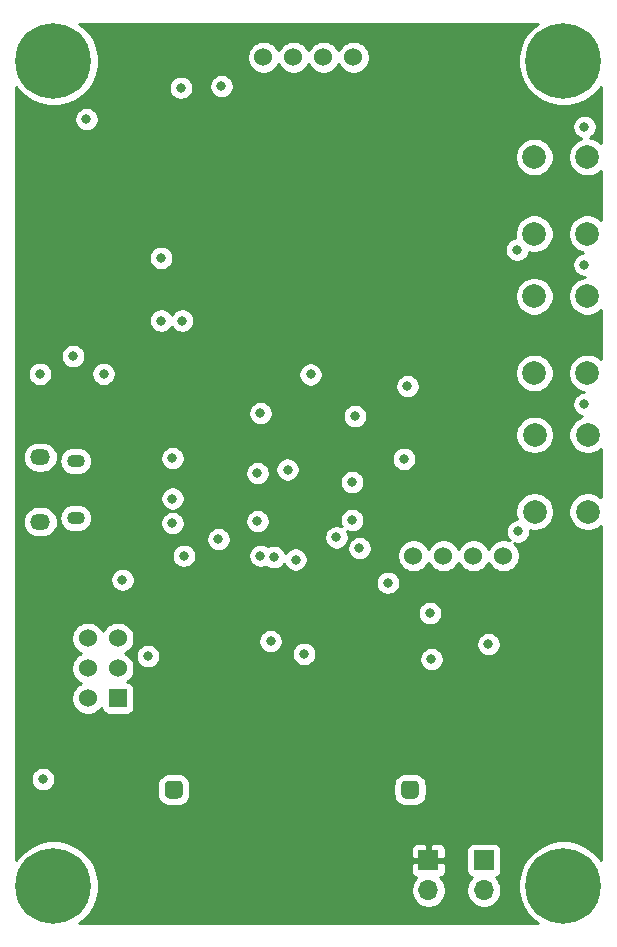
<source format=gbr>
%TF.GenerationSoftware,KiCad,Pcbnew,5.1.8-db9833491~87~ubuntu20.04.1*%
%TF.CreationDate,2020-11-19T17:12:54+01:00*%
%TF.ProjectId,custom-arduino-rtc-temperature-humidity,63757374-6f6d-42d6-9172-6475696e6f2d,rev?*%
%TF.SameCoordinates,Original*%
%TF.FileFunction,Copper,L3,Inr*%
%TF.FilePolarity,Positive*%
%FSLAX46Y46*%
G04 Gerber Fmt 4.6, Leading zero omitted, Abs format (unit mm)*
G04 Created by KiCad (PCBNEW 5.1.8-db9833491~87~ubuntu20.04.1) date 2020-11-19 17:12:54*
%MOMM*%
%LPD*%
G01*
G04 APERTURE LIST*
%TA.AperFunction,ComponentPad*%
%ADD10O,1.700000X1.700000*%
%TD*%
%TA.AperFunction,ComponentPad*%
%ADD11R,1.700000X1.700000*%
%TD*%
%TA.AperFunction,ComponentPad*%
%ADD12C,1.524000*%
%TD*%
%TA.AperFunction,ComponentPad*%
%ADD13C,2.000000*%
%TD*%
%TA.AperFunction,ComponentPad*%
%ADD14R,1.524000X1.524000*%
%TD*%
%TA.AperFunction,ComponentPad*%
%ADD15C,0.800000*%
%TD*%
%TA.AperFunction,ComponentPad*%
%ADD16C,6.400000*%
%TD*%
%TA.AperFunction,ComponentPad*%
%ADD17O,1.700000X1.350000*%
%TD*%
%TA.AperFunction,ComponentPad*%
%ADD18O,1.500000X1.100000*%
%TD*%
%TA.AperFunction,ViaPad*%
%ADD19C,0.800000*%
%TD*%
%TA.AperFunction,Conductor*%
%ADD20C,0.254000*%
%TD*%
%TA.AperFunction,Conductor*%
%ADD21C,0.100000*%
%TD*%
G04 APERTURE END LIST*
D10*
%TO.N,GND*%
%TO.C,J7*%
X139700000Y-94361000D03*
D11*
%TO.N,+3V3*%
X139700000Y-91821000D03*
%TD*%
D10*
%TO.N,GND*%
%TO.C,J6*%
X144399000Y-94361000D03*
D11*
%TO.N,+5V*%
X144399000Y-91821000D03*
%TD*%
%TO.N,GND*%
%TO.C,BT2*%
%TA.AperFunction,ComponentPad*%
G36*
G01*
X118905000Y-85457000D02*
X118905000Y-86219000D01*
G75*
G02*
X118524000Y-86600000I-381000J0D01*
G01*
X117762000Y-86600000D01*
G75*
G02*
X117381000Y-86219000I0J381000D01*
G01*
X117381000Y-85457000D01*
G75*
G02*
X117762000Y-85076000I381000J0D01*
G01*
X118524000Y-85076000D01*
G75*
G02*
X118905000Y-85457000I0J-381000D01*
G01*
G37*
%TD.AperFunction*%
%TO.N,VBAT*%
%TA.AperFunction,ComponentPad*%
G36*
G01*
X138905000Y-85457000D02*
X138905000Y-86219000D01*
G75*
G02*
X138524000Y-86600000I-381000J0D01*
G01*
X137762000Y-86600000D01*
G75*
G02*
X137381000Y-86219000I0J381000D01*
G01*
X137381000Y-85457000D01*
G75*
G02*
X137762000Y-85076000I381000J0D01*
G01*
X138524000Y-85076000D01*
G75*
G02*
X138905000Y-85457000I0J-381000D01*
G01*
G37*
%TD.AperFunction*%
%TD*%
D12*
%TO.N,SDA*%
%TO.C,J4*%
X133350000Y-23830000D03*
%TO.N,SCL*%
X130810000Y-23830000D03*
%TO.N,+5V*%
X128270000Y-23830000D03*
%TO.N,GND*%
X125730000Y-23830000D03*
%TD*%
%TO.N,+5V*%
%TO.C,J3*%
X138430000Y-66040000D03*
%TO.N,SDA*%
X146050000Y-66040000D03*
%TO.N,SCL*%
X143510000Y-66040000D03*
%TO.N,GND*%
X140970000Y-66040000D03*
%TD*%
D13*
%TO.N,+5V*%
%TO.C,SW3*%
X153187400Y-62303800D03*
%TO.N,BTN_DOWN*%
X148687400Y-62303800D03*
%TO.N,+5V*%
X153187400Y-55803800D03*
%TO.N,BTN_DOWN*%
X148687400Y-55803800D03*
%TD*%
%TO.N,+5V*%
%TO.C,SW2*%
X153162000Y-38783400D03*
%TO.N,BTN_UP*%
X148662000Y-38783400D03*
%TO.N,+5V*%
X153162000Y-32283400D03*
%TO.N,BTN_UP*%
X148662000Y-32283400D03*
%TD*%
%TO.N,+5V*%
%TO.C,SW1*%
X153162000Y-50569000D03*
%TO.N,BTN_SET*%
X148662000Y-50569000D03*
%TO.N,+5V*%
X153162000Y-44069000D03*
%TO.N,BTN_SET*%
X148662000Y-44069000D03*
%TD*%
D12*
%TO.N,GND*%
%TO.C,J1*%
X110871000Y-73025000D03*
%TO.N,RESET*%
X113411000Y-73025000D03*
%TO.N,MOSI*%
X110871000Y-75565000D03*
%TO.N,SCK*%
X113411000Y-75565000D03*
%TO.N,+5V*%
X110871000Y-78105000D03*
D14*
%TO.N,MISO*%
X113411000Y-78105000D03*
%TD*%
D15*
%TO.N,GND*%
%TO.C,H4*%
X152827056Y-92282944D03*
X151130000Y-91580000D03*
X149432944Y-92282944D03*
X148730000Y-93980000D03*
X149432944Y-95677056D03*
X151130000Y-96380000D03*
X152827056Y-95677056D03*
X153530000Y-93980000D03*
D16*
X151130000Y-93980000D03*
%TD*%
D17*
%TO.N,GND*%
%TO.C,J2*%
X106835000Y-63157000D03*
X106835000Y-57697000D03*
D18*
X109835000Y-62847000D03*
X109835000Y-58007000D03*
%TD*%
D15*
%TO.N,GND*%
%TO.C,H3*%
X152827056Y-22432944D03*
X151130000Y-21730000D03*
X149432944Y-22432944D03*
X148730000Y-24130000D03*
X149432944Y-25827056D03*
X151130000Y-26530000D03*
X152827056Y-25827056D03*
X153530000Y-24130000D03*
D16*
X151130000Y-24130000D03*
%TD*%
D15*
%TO.N,GND*%
%TO.C,H2*%
X109647056Y-92282944D03*
X107950000Y-91580000D03*
X106252944Y-92282944D03*
X105550000Y-93980000D03*
X106252944Y-95677056D03*
X107950000Y-96380000D03*
X109647056Y-95677056D03*
X110350000Y-93980000D03*
D16*
X107950000Y-93980000D03*
%TD*%
D15*
%TO.N,GND*%
%TO.C,H1*%
X109647056Y-22432944D03*
X107950000Y-21730000D03*
X106252944Y-22432944D03*
X105550000Y-24130000D03*
X106252944Y-25827056D03*
X107950000Y-26530000D03*
X109647056Y-25827056D03*
X110350000Y-24130000D03*
D16*
X107950000Y-24130000D03*
%TD*%
D19*
%TO.N,GND*%
X127774700Y-58750200D03*
X128460500Y-66370200D03*
X144780000Y-73533000D03*
X139954000Y-74803000D03*
X129730500Y-50685700D03*
X152908000Y-53213000D03*
X152908000Y-41402000D03*
X152908000Y-29718000D03*
X129184400Y-74358500D03*
X118033800Y-57772300D03*
X118033800Y-61201300D03*
X118033800Y-63271400D03*
X137618349Y-57835800D03*
X126339600Y-73266300D03*
X117068600Y-40817800D03*
X117068600Y-46139100D03*
X118859300Y-46139100D03*
X137922000Y-51689000D03*
X110744000Y-29083000D03*
X122174000Y-26289000D03*
X107061000Y-84963000D03*
%TO.N,RESET*%
X125476000Y-66040000D03*
X118999000Y-66040000D03*
%TO.N,SCK*%
X121920000Y-64643000D03*
X115951000Y-74549000D03*
%TO.N,+5V*%
X133858000Y-65405000D03*
X125222000Y-63119000D03*
X125222000Y-59055000D03*
X113792000Y-68072000D03*
X126619000Y-66167000D03*
X133477000Y-54229000D03*
X139827000Y-70893010D03*
X125476000Y-53975000D03*
X109626400Y-49136300D03*
X106794300Y-50647600D03*
X112204500Y-50647600D03*
X118745000Y-26416000D03*
%TO.N,BTN_SET*%
X131902200Y-64477900D03*
%TO.N,BTN_UP*%
X133235700Y-59817000D03*
X147205700Y-40132000D03*
%TO.N,BTN_DOWN*%
X133248400Y-63030100D03*
X147281900Y-63982600D03*
%TO.N,+3V3*%
X123698000Y-43180000D03*
X121158000Y-39751000D03*
%TO.N,CTS*%
X136271000Y-68326000D03*
%TD*%
D20*
%TO.N,+3V3*%
X148685330Y-21151161D02*
X148151161Y-21685330D01*
X147731467Y-22313446D01*
X147442377Y-23011372D01*
X147295000Y-23752285D01*
X147295000Y-24507715D01*
X147442377Y-25248628D01*
X147731467Y-25946554D01*
X148151161Y-26574670D01*
X148685330Y-27108839D01*
X149313446Y-27528533D01*
X150011372Y-27817623D01*
X150752285Y-27965000D01*
X151507715Y-27965000D01*
X152248628Y-27817623D01*
X152946554Y-27528533D01*
X153574670Y-27108839D01*
X154108839Y-26574670D01*
X154280000Y-26318510D01*
X154280000Y-31089161D01*
X154204252Y-31013413D01*
X153936463Y-30834482D01*
X153638912Y-30711232D01*
X153352331Y-30654228D01*
X153398256Y-30635205D01*
X153567774Y-30521937D01*
X153711937Y-30377774D01*
X153825205Y-30208256D01*
X153903226Y-30019898D01*
X153943000Y-29819939D01*
X153943000Y-29616061D01*
X153903226Y-29416102D01*
X153825205Y-29227744D01*
X153711937Y-29058226D01*
X153567774Y-28914063D01*
X153398256Y-28800795D01*
X153209898Y-28722774D01*
X153009939Y-28683000D01*
X152806061Y-28683000D01*
X152606102Y-28722774D01*
X152417744Y-28800795D01*
X152248226Y-28914063D01*
X152104063Y-29058226D01*
X151990795Y-29227744D01*
X151912774Y-29416102D01*
X151873000Y-29616061D01*
X151873000Y-29819939D01*
X151912774Y-30019898D01*
X151990795Y-30208256D01*
X152104063Y-30377774D01*
X152248226Y-30521937D01*
X152417744Y-30635205D01*
X152606102Y-30713226D01*
X152656211Y-30723193D01*
X152387537Y-30834482D01*
X152119748Y-31013413D01*
X151892013Y-31241148D01*
X151713082Y-31508937D01*
X151589832Y-31806488D01*
X151527000Y-32122367D01*
X151527000Y-32444433D01*
X151589832Y-32760312D01*
X151713082Y-33057863D01*
X151892013Y-33325652D01*
X152119748Y-33553387D01*
X152387537Y-33732318D01*
X152685088Y-33855568D01*
X153000967Y-33918400D01*
X153323033Y-33918400D01*
X153638912Y-33855568D01*
X153936463Y-33732318D01*
X154204252Y-33553387D01*
X154280000Y-33477639D01*
X154280000Y-37589161D01*
X154204252Y-37513413D01*
X153936463Y-37334482D01*
X153638912Y-37211232D01*
X153323033Y-37148400D01*
X153000967Y-37148400D01*
X152685088Y-37211232D01*
X152387537Y-37334482D01*
X152119748Y-37513413D01*
X151892013Y-37741148D01*
X151713082Y-38008937D01*
X151589832Y-38306488D01*
X151527000Y-38622367D01*
X151527000Y-38944433D01*
X151589832Y-39260312D01*
X151713082Y-39557863D01*
X151892013Y-39825652D01*
X152119748Y-40053387D01*
X152387537Y-40232318D01*
X152685088Y-40355568D01*
X152774311Y-40373315D01*
X152606102Y-40406774D01*
X152417744Y-40484795D01*
X152248226Y-40598063D01*
X152104063Y-40742226D01*
X151990795Y-40911744D01*
X151912774Y-41100102D01*
X151873000Y-41300061D01*
X151873000Y-41503939D01*
X151912774Y-41703898D01*
X151990795Y-41892256D01*
X152104063Y-42061774D01*
X152248226Y-42205937D01*
X152417744Y-42319205D01*
X152606102Y-42397226D01*
X152806061Y-42437000D01*
X152985885Y-42437000D01*
X152685088Y-42496832D01*
X152387537Y-42620082D01*
X152119748Y-42799013D01*
X151892013Y-43026748D01*
X151713082Y-43294537D01*
X151589832Y-43592088D01*
X151527000Y-43907967D01*
X151527000Y-44230033D01*
X151589832Y-44545912D01*
X151713082Y-44843463D01*
X151892013Y-45111252D01*
X152119748Y-45338987D01*
X152387537Y-45517918D01*
X152685088Y-45641168D01*
X153000967Y-45704000D01*
X153323033Y-45704000D01*
X153638912Y-45641168D01*
X153936463Y-45517918D01*
X154204252Y-45338987D01*
X154280000Y-45263239D01*
X154280000Y-49374761D01*
X154204252Y-49299013D01*
X153936463Y-49120082D01*
X153638912Y-48996832D01*
X153323033Y-48934000D01*
X153000967Y-48934000D01*
X152685088Y-48996832D01*
X152387537Y-49120082D01*
X152119748Y-49299013D01*
X151892013Y-49526748D01*
X151713082Y-49794537D01*
X151589832Y-50092088D01*
X151527000Y-50407967D01*
X151527000Y-50730033D01*
X151589832Y-51045912D01*
X151713082Y-51343463D01*
X151892013Y-51611252D01*
X152119748Y-51838987D01*
X152387537Y-52017918D01*
X152685088Y-52141168D01*
X152870256Y-52178000D01*
X152806061Y-52178000D01*
X152606102Y-52217774D01*
X152417744Y-52295795D01*
X152248226Y-52409063D01*
X152104063Y-52553226D01*
X151990795Y-52722744D01*
X151912774Y-52911102D01*
X151873000Y-53111061D01*
X151873000Y-53314939D01*
X151912774Y-53514898D01*
X151990795Y-53703256D01*
X152104063Y-53872774D01*
X152248226Y-54016937D01*
X152417744Y-54130205D01*
X152606102Y-54208226D01*
X152717130Y-54230311D01*
X152710488Y-54231632D01*
X152412937Y-54354882D01*
X152145148Y-54533813D01*
X151917413Y-54761548D01*
X151738482Y-55029337D01*
X151615232Y-55326888D01*
X151552400Y-55642767D01*
X151552400Y-55964833D01*
X151615232Y-56280712D01*
X151738482Y-56578263D01*
X151917413Y-56846052D01*
X152145148Y-57073787D01*
X152412937Y-57252718D01*
X152710488Y-57375968D01*
X153026367Y-57438800D01*
X153348433Y-57438800D01*
X153664312Y-57375968D01*
X153961863Y-57252718D01*
X154229652Y-57073787D01*
X154280000Y-57023439D01*
X154280001Y-61084162D01*
X154229652Y-61033813D01*
X153961863Y-60854882D01*
X153664312Y-60731632D01*
X153348433Y-60668800D01*
X153026367Y-60668800D01*
X152710488Y-60731632D01*
X152412937Y-60854882D01*
X152145148Y-61033813D01*
X151917413Y-61261548D01*
X151738482Y-61529337D01*
X151615232Y-61826888D01*
X151552400Y-62142767D01*
X151552400Y-62464833D01*
X151615232Y-62780712D01*
X151738482Y-63078263D01*
X151917413Y-63346052D01*
X152145148Y-63573787D01*
X152412937Y-63752718D01*
X152710488Y-63875968D01*
X153026367Y-63938800D01*
X153348433Y-63938800D01*
X153664312Y-63875968D01*
X153961863Y-63752718D01*
X154229652Y-63573787D01*
X154280001Y-63523438D01*
X154280001Y-91791492D01*
X154108839Y-91535330D01*
X153574670Y-91001161D01*
X152946554Y-90581467D01*
X152248628Y-90292377D01*
X151507715Y-90145000D01*
X150752285Y-90145000D01*
X150011372Y-90292377D01*
X149313446Y-90581467D01*
X148685330Y-91001161D01*
X148151161Y-91535330D01*
X147731467Y-92163446D01*
X147442377Y-92861372D01*
X147295000Y-93602285D01*
X147295000Y-94357715D01*
X147442377Y-95098628D01*
X147731467Y-95796554D01*
X148151161Y-96424670D01*
X148685330Y-96958839D01*
X148941490Y-97130000D01*
X110138510Y-97130000D01*
X110394670Y-96958839D01*
X110928839Y-96424670D01*
X111348533Y-95796554D01*
X111637623Y-95098628D01*
X111785000Y-94357715D01*
X111785000Y-93602285D01*
X111637623Y-92861372D01*
X111558769Y-92671000D01*
X138211928Y-92671000D01*
X138224188Y-92795482D01*
X138260498Y-92915180D01*
X138319463Y-93025494D01*
X138398815Y-93122185D01*
X138495506Y-93201537D01*
X138605820Y-93260502D01*
X138678380Y-93282513D01*
X138546525Y-93414368D01*
X138384010Y-93657589D01*
X138272068Y-93927842D01*
X138215000Y-94214740D01*
X138215000Y-94507260D01*
X138272068Y-94794158D01*
X138384010Y-95064411D01*
X138546525Y-95307632D01*
X138753368Y-95514475D01*
X138996589Y-95676990D01*
X139266842Y-95788932D01*
X139553740Y-95846000D01*
X139846260Y-95846000D01*
X140133158Y-95788932D01*
X140403411Y-95676990D01*
X140646632Y-95514475D01*
X140853475Y-95307632D01*
X141015990Y-95064411D01*
X141127932Y-94794158D01*
X141185000Y-94507260D01*
X141185000Y-94214740D01*
X141127932Y-93927842D01*
X141015990Y-93657589D01*
X140853475Y-93414368D01*
X140721620Y-93282513D01*
X140794180Y-93260502D01*
X140904494Y-93201537D01*
X141001185Y-93122185D01*
X141080537Y-93025494D01*
X141139502Y-92915180D01*
X141175812Y-92795482D01*
X141188072Y-92671000D01*
X141185000Y-92106750D01*
X141026250Y-91948000D01*
X139827000Y-91948000D01*
X139827000Y-91968000D01*
X139573000Y-91968000D01*
X139573000Y-91948000D01*
X138373750Y-91948000D01*
X138215000Y-92106750D01*
X138211928Y-92671000D01*
X111558769Y-92671000D01*
X111348533Y-92163446D01*
X110928839Y-91535330D01*
X110394670Y-91001161D01*
X110349531Y-90971000D01*
X138211928Y-90971000D01*
X138215000Y-91535250D01*
X138373750Y-91694000D01*
X139573000Y-91694000D01*
X139573000Y-90494750D01*
X139827000Y-90494750D01*
X139827000Y-91694000D01*
X141026250Y-91694000D01*
X141185000Y-91535250D01*
X141188072Y-90971000D01*
X142910928Y-90971000D01*
X142910928Y-92671000D01*
X142923188Y-92795482D01*
X142959498Y-92915180D01*
X143018463Y-93025494D01*
X143097815Y-93122185D01*
X143194506Y-93201537D01*
X143304820Y-93260502D01*
X143377380Y-93282513D01*
X143245525Y-93414368D01*
X143083010Y-93657589D01*
X142971068Y-93927842D01*
X142914000Y-94214740D01*
X142914000Y-94507260D01*
X142971068Y-94794158D01*
X143083010Y-95064411D01*
X143245525Y-95307632D01*
X143452368Y-95514475D01*
X143695589Y-95676990D01*
X143965842Y-95788932D01*
X144252740Y-95846000D01*
X144545260Y-95846000D01*
X144832158Y-95788932D01*
X145102411Y-95676990D01*
X145345632Y-95514475D01*
X145552475Y-95307632D01*
X145714990Y-95064411D01*
X145826932Y-94794158D01*
X145884000Y-94507260D01*
X145884000Y-94214740D01*
X145826932Y-93927842D01*
X145714990Y-93657589D01*
X145552475Y-93414368D01*
X145420620Y-93282513D01*
X145493180Y-93260502D01*
X145603494Y-93201537D01*
X145700185Y-93122185D01*
X145779537Y-93025494D01*
X145838502Y-92915180D01*
X145874812Y-92795482D01*
X145887072Y-92671000D01*
X145887072Y-90971000D01*
X145874812Y-90846518D01*
X145838502Y-90726820D01*
X145779537Y-90616506D01*
X145700185Y-90519815D01*
X145603494Y-90440463D01*
X145493180Y-90381498D01*
X145373482Y-90345188D01*
X145249000Y-90332928D01*
X143549000Y-90332928D01*
X143424518Y-90345188D01*
X143304820Y-90381498D01*
X143194506Y-90440463D01*
X143097815Y-90519815D01*
X143018463Y-90616506D01*
X142959498Y-90726820D01*
X142923188Y-90846518D01*
X142910928Y-90971000D01*
X141188072Y-90971000D01*
X141175812Y-90846518D01*
X141139502Y-90726820D01*
X141080537Y-90616506D01*
X141001185Y-90519815D01*
X140904494Y-90440463D01*
X140794180Y-90381498D01*
X140674482Y-90345188D01*
X140550000Y-90332928D01*
X139985750Y-90336000D01*
X139827000Y-90494750D01*
X139573000Y-90494750D01*
X139414250Y-90336000D01*
X138850000Y-90332928D01*
X138725518Y-90345188D01*
X138605820Y-90381498D01*
X138495506Y-90440463D01*
X138398815Y-90519815D01*
X138319463Y-90616506D01*
X138260498Y-90726820D01*
X138224188Y-90846518D01*
X138211928Y-90971000D01*
X110349531Y-90971000D01*
X109766554Y-90581467D01*
X109068628Y-90292377D01*
X108327715Y-90145000D01*
X107572285Y-90145000D01*
X106831372Y-90292377D01*
X106133446Y-90581467D01*
X105505330Y-91001161D01*
X104971161Y-91535330D01*
X104800000Y-91791490D01*
X104800000Y-84861061D01*
X106026000Y-84861061D01*
X106026000Y-85064939D01*
X106065774Y-85264898D01*
X106143795Y-85453256D01*
X106257063Y-85622774D01*
X106401226Y-85766937D01*
X106570744Y-85880205D01*
X106759102Y-85958226D01*
X106959061Y-85998000D01*
X107162939Y-85998000D01*
X107362898Y-85958226D01*
X107551256Y-85880205D01*
X107720774Y-85766937D01*
X107864937Y-85622774D01*
X107975703Y-85457000D01*
X116742928Y-85457000D01*
X116742928Y-86219000D01*
X116762509Y-86417811D01*
X116820500Y-86608982D01*
X116914673Y-86785166D01*
X117041407Y-86939593D01*
X117195834Y-87066327D01*
X117372018Y-87160500D01*
X117563189Y-87218491D01*
X117762000Y-87238072D01*
X118524000Y-87238072D01*
X118722811Y-87218491D01*
X118913982Y-87160500D01*
X119090166Y-87066327D01*
X119244593Y-86939593D01*
X119371327Y-86785166D01*
X119465500Y-86608982D01*
X119523491Y-86417811D01*
X119543072Y-86219000D01*
X119543072Y-85457000D01*
X136742928Y-85457000D01*
X136742928Y-86219000D01*
X136762509Y-86417811D01*
X136820500Y-86608982D01*
X136914673Y-86785166D01*
X137041407Y-86939593D01*
X137195834Y-87066327D01*
X137372018Y-87160500D01*
X137563189Y-87218491D01*
X137762000Y-87238072D01*
X138524000Y-87238072D01*
X138722811Y-87218491D01*
X138913982Y-87160500D01*
X139090166Y-87066327D01*
X139244593Y-86939593D01*
X139371327Y-86785166D01*
X139465500Y-86608982D01*
X139523491Y-86417811D01*
X139543072Y-86219000D01*
X139543072Y-85457000D01*
X139523491Y-85258189D01*
X139465500Y-85067018D01*
X139371327Y-84890834D01*
X139244593Y-84736407D01*
X139090166Y-84609673D01*
X138913982Y-84515500D01*
X138722811Y-84457509D01*
X138524000Y-84437928D01*
X137762000Y-84437928D01*
X137563189Y-84457509D01*
X137372018Y-84515500D01*
X137195834Y-84609673D01*
X137041407Y-84736407D01*
X136914673Y-84890834D01*
X136820500Y-85067018D01*
X136762509Y-85258189D01*
X136742928Y-85457000D01*
X119543072Y-85457000D01*
X119523491Y-85258189D01*
X119465500Y-85067018D01*
X119371327Y-84890834D01*
X119244593Y-84736407D01*
X119090166Y-84609673D01*
X118913982Y-84515500D01*
X118722811Y-84457509D01*
X118524000Y-84437928D01*
X117762000Y-84437928D01*
X117563189Y-84457509D01*
X117372018Y-84515500D01*
X117195834Y-84609673D01*
X117041407Y-84736407D01*
X116914673Y-84890834D01*
X116820500Y-85067018D01*
X116762509Y-85258189D01*
X116742928Y-85457000D01*
X107975703Y-85457000D01*
X107978205Y-85453256D01*
X108056226Y-85264898D01*
X108096000Y-85064939D01*
X108096000Y-84861061D01*
X108056226Y-84661102D01*
X107978205Y-84472744D01*
X107864937Y-84303226D01*
X107720774Y-84159063D01*
X107551256Y-84045795D01*
X107362898Y-83967774D01*
X107162939Y-83928000D01*
X106959061Y-83928000D01*
X106759102Y-83967774D01*
X106570744Y-84045795D01*
X106401226Y-84159063D01*
X106257063Y-84303226D01*
X106143795Y-84472744D01*
X106065774Y-84661102D01*
X106026000Y-84861061D01*
X104800000Y-84861061D01*
X104800000Y-72887408D01*
X109474000Y-72887408D01*
X109474000Y-73162592D01*
X109527686Y-73432490D01*
X109632995Y-73686727D01*
X109785880Y-73915535D01*
X109980465Y-74110120D01*
X110209273Y-74263005D01*
X110286515Y-74295000D01*
X110209273Y-74326995D01*
X109980465Y-74479880D01*
X109785880Y-74674465D01*
X109632995Y-74903273D01*
X109527686Y-75157510D01*
X109474000Y-75427408D01*
X109474000Y-75702592D01*
X109527686Y-75972490D01*
X109632995Y-76226727D01*
X109785880Y-76455535D01*
X109980465Y-76650120D01*
X110209273Y-76803005D01*
X110286515Y-76835000D01*
X110209273Y-76866995D01*
X109980465Y-77019880D01*
X109785880Y-77214465D01*
X109632995Y-77443273D01*
X109527686Y-77697510D01*
X109474000Y-77967408D01*
X109474000Y-78242592D01*
X109527686Y-78512490D01*
X109632995Y-78766727D01*
X109785880Y-78995535D01*
X109980465Y-79190120D01*
X110209273Y-79343005D01*
X110463510Y-79448314D01*
X110733408Y-79502000D01*
X111008592Y-79502000D01*
X111278490Y-79448314D01*
X111532727Y-79343005D01*
X111761535Y-79190120D01*
X111956120Y-78995535D01*
X112014920Y-78907535D01*
X112023188Y-78991482D01*
X112059498Y-79111180D01*
X112118463Y-79221494D01*
X112197815Y-79318185D01*
X112294506Y-79397537D01*
X112404820Y-79456502D01*
X112524518Y-79492812D01*
X112649000Y-79505072D01*
X114173000Y-79505072D01*
X114297482Y-79492812D01*
X114417180Y-79456502D01*
X114527494Y-79397537D01*
X114624185Y-79318185D01*
X114703537Y-79221494D01*
X114762502Y-79111180D01*
X114798812Y-78991482D01*
X114811072Y-78867000D01*
X114811072Y-77343000D01*
X114798812Y-77218518D01*
X114762502Y-77098820D01*
X114703537Y-76988506D01*
X114624185Y-76891815D01*
X114527494Y-76812463D01*
X114417180Y-76753498D01*
X114297482Y-76717188D01*
X114213535Y-76708920D01*
X114301535Y-76650120D01*
X114496120Y-76455535D01*
X114649005Y-76226727D01*
X114754314Y-75972490D01*
X114808000Y-75702592D01*
X114808000Y-75427408D01*
X114754314Y-75157510D01*
X114649005Y-74903273D01*
X114496120Y-74674465D01*
X114301535Y-74479880D01*
X114252419Y-74447061D01*
X114916000Y-74447061D01*
X114916000Y-74650939D01*
X114955774Y-74850898D01*
X115033795Y-75039256D01*
X115147063Y-75208774D01*
X115291226Y-75352937D01*
X115460744Y-75466205D01*
X115649102Y-75544226D01*
X115849061Y-75584000D01*
X116052939Y-75584000D01*
X116252898Y-75544226D01*
X116441256Y-75466205D01*
X116610774Y-75352937D01*
X116754937Y-75208774D01*
X116868205Y-75039256D01*
X116946226Y-74850898D01*
X116986000Y-74650939D01*
X116986000Y-74447061D01*
X116946226Y-74247102D01*
X116868205Y-74058744D01*
X116754937Y-73889226D01*
X116610774Y-73745063D01*
X116441256Y-73631795D01*
X116252898Y-73553774D01*
X116052939Y-73514000D01*
X115849061Y-73514000D01*
X115649102Y-73553774D01*
X115460744Y-73631795D01*
X115291226Y-73745063D01*
X115147063Y-73889226D01*
X115033795Y-74058744D01*
X114955774Y-74247102D01*
X114916000Y-74447061D01*
X114252419Y-74447061D01*
X114072727Y-74326995D01*
X113995485Y-74295000D01*
X114072727Y-74263005D01*
X114301535Y-74110120D01*
X114496120Y-73915535D01*
X114649005Y-73686727D01*
X114754314Y-73432490D01*
X114807648Y-73164361D01*
X125304600Y-73164361D01*
X125304600Y-73368239D01*
X125344374Y-73568198D01*
X125422395Y-73756556D01*
X125535663Y-73926074D01*
X125679826Y-74070237D01*
X125849344Y-74183505D01*
X126037702Y-74261526D01*
X126237661Y-74301300D01*
X126441539Y-74301300D01*
X126641498Y-74261526D01*
X126653484Y-74256561D01*
X128149400Y-74256561D01*
X128149400Y-74460439D01*
X128189174Y-74660398D01*
X128267195Y-74848756D01*
X128380463Y-75018274D01*
X128524626Y-75162437D01*
X128694144Y-75275705D01*
X128882502Y-75353726D01*
X129082461Y-75393500D01*
X129286339Y-75393500D01*
X129486298Y-75353726D01*
X129674656Y-75275705D01*
X129844174Y-75162437D01*
X129988337Y-75018274D01*
X130101605Y-74848756D01*
X130162782Y-74701061D01*
X138919000Y-74701061D01*
X138919000Y-74904939D01*
X138958774Y-75104898D01*
X139036795Y-75293256D01*
X139150063Y-75462774D01*
X139294226Y-75606937D01*
X139463744Y-75720205D01*
X139652102Y-75798226D01*
X139852061Y-75838000D01*
X140055939Y-75838000D01*
X140255898Y-75798226D01*
X140444256Y-75720205D01*
X140613774Y-75606937D01*
X140757937Y-75462774D01*
X140871205Y-75293256D01*
X140949226Y-75104898D01*
X140989000Y-74904939D01*
X140989000Y-74701061D01*
X140949226Y-74501102D01*
X140871205Y-74312744D01*
X140757937Y-74143226D01*
X140613774Y-73999063D01*
X140444256Y-73885795D01*
X140255898Y-73807774D01*
X140055939Y-73768000D01*
X139852061Y-73768000D01*
X139652102Y-73807774D01*
X139463744Y-73885795D01*
X139294226Y-73999063D01*
X139150063Y-74143226D01*
X139036795Y-74312744D01*
X138958774Y-74501102D01*
X138919000Y-74701061D01*
X130162782Y-74701061D01*
X130179626Y-74660398D01*
X130219400Y-74460439D01*
X130219400Y-74256561D01*
X130179626Y-74056602D01*
X130101605Y-73868244D01*
X129988337Y-73698726D01*
X129844174Y-73554563D01*
X129674656Y-73441295D01*
X129649950Y-73431061D01*
X143745000Y-73431061D01*
X143745000Y-73634939D01*
X143784774Y-73834898D01*
X143862795Y-74023256D01*
X143976063Y-74192774D01*
X144120226Y-74336937D01*
X144289744Y-74450205D01*
X144478102Y-74528226D01*
X144678061Y-74568000D01*
X144881939Y-74568000D01*
X145081898Y-74528226D01*
X145270256Y-74450205D01*
X145439774Y-74336937D01*
X145583937Y-74192774D01*
X145697205Y-74023256D01*
X145775226Y-73834898D01*
X145815000Y-73634939D01*
X145815000Y-73431061D01*
X145775226Y-73231102D01*
X145697205Y-73042744D01*
X145583937Y-72873226D01*
X145439774Y-72729063D01*
X145270256Y-72615795D01*
X145081898Y-72537774D01*
X144881939Y-72498000D01*
X144678061Y-72498000D01*
X144478102Y-72537774D01*
X144289744Y-72615795D01*
X144120226Y-72729063D01*
X143976063Y-72873226D01*
X143862795Y-73042744D01*
X143784774Y-73231102D01*
X143745000Y-73431061D01*
X129649950Y-73431061D01*
X129486298Y-73363274D01*
X129286339Y-73323500D01*
X129082461Y-73323500D01*
X128882502Y-73363274D01*
X128694144Y-73441295D01*
X128524626Y-73554563D01*
X128380463Y-73698726D01*
X128267195Y-73868244D01*
X128189174Y-74056602D01*
X128149400Y-74256561D01*
X126653484Y-74256561D01*
X126829856Y-74183505D01*
X126999374Y-74070237D01*
X127143537Y-73926074D01*
X127256805Y-73756556D01*
X127334826Y-73568198D01*
X127374600Y-73368239D01*
X127374600Y-73164361D01*
X127334826Y-72964402D01*
X127256805Y-72776044D01*
X127143537Y-72606526D01*
X126999374Y-72462363D01*
X126829856Y-72349095D01*
X126641498Y-72271074D01*
X126441539Y-72231300D01*
X126237661Y-72231300D01*
X126037702Y-72271074D01*
X125849344Y-72349095D01*
X125679826Y-72462363D01*
X125535663Y-72606526D01*
X125422395Y-72776044D01*
X125344374Y-72964402D01*
X125304600Y-73164361D01*
X114807648Y-73164361D01*
X114808000Y-73162592D01*
X114808000Y-72887408D01*
X114754314Y-72617510D01*
X114649005Y-72363273D01*
X114496120Y-72134465D01*
X114301535Y-71939880D01*
X114072727Y-71786995D01*
X113818490Y-71681686D01*
X113548592Y-71628000D01*
X113273408Y-71628000D01*
X113003510Y-71681686D01*
X112749273Y-71786995D01*
X112520465Y-71939880D01*
X112325880Y-72134465D01*
X112172995Y-72363273D01*
X112141000Y-72440515D01*
X112109005Y-72363273D01*
X111956120Y-72134465D01*
X111761535Y-71939880D01*
X111532727Y-71786995D01*
X111278490Y-71681686D01*
X111008592Y-71628000D01*
X110733408Y-71628000D01*
X110463510Y-71681686D01*
X110209273Y-71786995D01*
X109980465Y-71939880D01*
X109785880Y-72134465D01*
X109632995Y-72363273D01*
X109527686Y-72617510D01*
X109474000Y-72887408D01*
X104800000Y-72887408D01*
X104800000Y-70791071D01*
X138792000Y-70791071D01*
X138792000Y-70994949D01*
X138831774Y-71194908D01*
X138909795Y-71383266D01*
X139023063Y-71552784D01*
X139167226Y-71696947D01*
X139336744Y-71810215D01*
X139525102Y-71888236D01*
X139725061Y-71928010D01*
X139928939Y-71928010D01*
X140128898Y-71888236D01*
X140317256Y-71810215D01*
X140486774Y-71696947D01*
X140630937Y-71552784D01*
X140744205Y-71383266D01*
X140822226Y-71194908D01*
X140862000Y-70994949D01*
X140862000Y-70791071D01*
X140822226Y-70591112D01*
X140744205Y-70402754D01*
X140630937Y-70233236D01*
X140486774Y-70089073D01*
X140317256Y-69975805D01*
X140128898Y-69897784D01*
X139928939Y-69858010D01*
X139725061Y-69858010D01*
X139525102Y-69897784D01*
X139336744Y-69975805D01*
X139167226Y-70089073D01*
X139023063Y-70233236D01*
X138909795Y-70402754D01*
X138831774Y-70591112D01*
X138792000Y-70791071D01*
X104800000Y-70791071D01*
X104800000Y-67970061D01*
X112757000Y-67970061D01*
X112757000Y-68173939D01*
X112796774Y-68373898D01*
X112874795Y-68562256D01*
X112988063Y-68731774D01*
X113132226Y-68875937D01*
X113301744Y-68989205D01*
X113490102Y-69067226D01*
X113690061Y-69107000D01*
X113893939Y-69107000D01*
X114093898Y-69067226D01*
X114282256Y-68989205D01*
X114451774Y-68875937D01*
X114595937Y-68731774D01*
X114709205Y-68562256D01*
X114787226Y-68373898D01*
X114817030Y-68224061D01*
X135236000Y-68224061D01*
X135236000Y-68427939D01*
X135275774Y-68627898D01*
X135353795Y-68816256D01*
X135467063Y-68985774D01*
X135611226Y-69129937D01*
X135780744Y-69243205D01*
X135969102Y-69321226D01*
X136169061Y-69361000D01*
X136372939Y-69361000D01*
X136572898Y-69321226D01*
X136761256Y-69243205D01*
X136930774Y-69129937D01*
X137074937Y-68985774D01*
X137188205Y-68816256D01*
X137266226Y-68627898D01*
X137306000Y-68427939D01*
X137306000Y-68224061D01*
X137266226Y-68024102D01*
X137188205Y-67835744D01*
X137074937Y-67666226D01*
X136930774Y-67522063D01*
X136761256Y-67408795D01*
X136572898Y-67330774D01*
X136372939Y-67291000D01*
X136169061Y-67291000D01*
X135969102Y-67330774D01*
X135780744Y-67408795D01*
X135611226Y-67522063D01*
X135467063Y-67666226D01*
X135353795Y-67835744D01*
X135275774Y-68024102D01*
X135236000Y-68224061D01*
X114817030Y-68224061D01*
X114827000Y-68173939D01*
X114827000Y-67970061D01*
X114787226Y-67770102D01*
X114709205Y-67581744D01*
X114595937Y-67412226D01*
X114451774Y-67268063D01*
X114282256Y-67154795D01*
X114093898Y-67076774D01*
X113893939Y-67037000D01*
X113690061Y-67037000D01*
X113490102Y-67076774D01*
X113301744Y-67154795D01*
X113132226Y-67268063D01*
X112988063Y-67412226D01*
X112874795Y-67581744D01*
X112796774Y-67770102D01*
X112757000Y-67970061D01*
X104800000Y-67970061D01*
X104800000Y-65938061D01*
X117964000Y-65938061D01*
X117964000Y-66141939D01*
X118003774Y-66341898D01*
X118081795Y-66530256D01*
X118195063Y-66699774D01*
X118339226Y-66843937D01*
X118508744Y-66957205D01*
X118697102Y-67035226D01*
X118897061Y-67075000D01*
X119100939Y-67075000D01*
X119300898Y-67035226D01*
X119489256Y-66957205D01*
X119658774Y-66843937D01*
X119802937Y-66699774D01*
X119916205Y-66530256D01*
X119994226Y-66341898D01*
X120034000Y-66141939D01*
X120034000Y-65938061D01*
X124441000Y-65938061D01*
X124441000Y-66141939D01*
X124480774Y-66341898D01*
X124558795Y-66530256D01*
X124672063Y-66699774D01*
X124816226Y-66843937D01*
X124985744Y-66957205D01*
X125174102Y-67035226D01*
X125374061Y-67075000D01*
X125577939Y-67075000D01*
X125777898Y-67035226D01*
X125951575Y-66963286D01*
X125959226Y-66970937D01*
X126128744Y-67084205D01*
X126317102Y-67162226D01*
X126517061Y-67202000D01*
X126720939Y-67202000D01*
X126920898Y-67162226D01*
X127109256Y-67084205D01*
X127278774Y-66970937D01*
X127422937Y-66826774D01*
X127488623Y-66728467D01*
X127543295Y-66860456D01*
X127656563Y-67029974D01*
X127800726Y-67174137D01*
X127970244Y-67287405D01*
X128158602Y-67365426D01*
X128358561Y-67405200D01*
X128562439Y-67405200D01*
X128762398Y-67365426D01*
X128950756Y-67287405D01*
X129120274Y-67174137D01*
X129264437Y-67029974D01*
X129377705Y-66860456D01*
X129455726Y-66672098D01*
X129495500Y-66472139D01*
X129495500Y-66268261D01*
X129455726Y-66068302D01*
X129377705Y-65879944D01*
X129264437Y-65710426D01*
X129120274Y-65566263D01*
X128950756Y-65452995D01*
X128762398Y-65374974D01*
X128562439Y-65335200D01*
X128358561Y-65335200D01*
X128158602Y-65374974D01*
X127970244Y-65452995D01*
X127800726Y-65566263D01*
X127656563Y-65710426D01*
X127590877Y-65808733D01*
X127536205Y-65676744D01*
X127422937Y-65507226D01*
X127278774Y-65363063D01*
X127109256Y-65249795D01*
X126920898Y-65171774D01*
X126720939Y-65132000D01*
X126517061Y-65132000D01*
X126317102Y-65171774D01*
X126143425Y-65243714D01*
X126135774Y-65236063D01*
X125966256Y-65122795D01*
X125777898Y-65044774D01*
X125577939Y-65005000D01*
X125374061Y-65005000D01*
X125174102Y-65044774D01*
X124985744Y-65122795D01*
X124816226Y-65236063D01*
X124672063Y-65380226D01*
X124558795Y-65549744D01*
X124480774Y-65738102D01*
X124441000Y-65938061D01*
X120034000Y-65938061D01*
X119994226Y-65738102D01*
X119916205Y-65549744D01*
X119802937Y-65380226D01*
X119658774Y-65236063D01*
X119489256Y-65122795D01*
X119300898Y-65044774D01*
X119100939Y-65005000D01*
X118897061Y-65005000D01*
X118697102Y-65044774D01*
X118508744Y-65122795D01*
X118339226Y-65236063D01*
X118195063Y-65380226D01*
X118081795Y-65549744D01*
X118003774Y-65738102D01*
X117964000Y-65938061D01*
X104800000Y-65938061D01*
X104800000Y-64541061D01*
X120885000Y-64541061D01*
X120885000Y-64744939D01*
X120924774Y-64944898D01*
X121002795Y-65133256D01*
X121116063Y-65302774D01*
X121260226Y-65446937D01*
X121429744Y-65560205D01*
X121618102Y-65638226D01*
X121818061Y-65678000D01*
X122021939Y-65678000D01*
X122221898Y-65638226D01*
X122410256Y-65560205D01*
X122579774Y-65446937D01*
X122723937Y-65302774D01*
X122837205Y-65133256D01*
X122915226Y-64944898D01*
X122955000Y-64744939D01*
X122955000Y-64541061D01*
X122922160Y-64375961D01*
X130867200Y-64375961D01*
X130867200Y-64579839D01*
X130906974Y-64779798D01*
X130984995Y-64968156D01*
X131098263Y-65137674D01*
X131242426Y-65281837D01*
X131411944Y-65395105D01*
X131600302Y-65473126D01*
X131800261Y-65512900D01*
X132004139Y-65512900D01*
X132204098Y-65473126D01*
X132392456Y-65395105D01*
X132530209Y-65303061D01*
X132823000Y-65303061D01*
X132823000Y-65506939D01*
X132862774Y-65706898D01*
X132940795Y-65895256D01*
X133054063Y-66064774D01*
X133198226Y-66208937D01*
X133367744Y-66322205D01*
X133556102Y-66400226D01*
X133756061Y-66440000D01*
X133959939Y-66440000D01*
X134159898Y-66400226D01*
X134348256Y-66322205D01*
X134517774Y-66208937D01*
X134661937Y-66064774D01*
X134770426Y-65902408D01*
X137033000Y-65902408D01*
X137033000Y-66177592D01*
X137086686Y-66447490D01*
X137191995Y-66701727D01*
X137344880Y-66930535D01*
X137539465Y-67125120D01*
X137768273Y-67278005D01*
X138022510Y-67383314D01*
X138292408Y-67437000D01*
X138567592Y-67437000D01*
X138837490Y-67383314D01*
X139091727Y-67278005D01*
X139320535Y-67125120D01*
X139515120Y-66930535D01*
X139668005Y-66701727D01*
X139700000Y-66624485D01*
X139731995Y-66701727D01*
X139884880Y-66930535D01*
X140079465Y-67125120D01*
X140308273Y-67278005D01*
X140562510Y-67383314D01*
X140832408Y-67437000D01*
X141107592Y-67437000D01*
X141377490Y-67383314D01*
X141631727Y-67278005D01*
X141860535Y-67125120D01*
X142055120Y-66930535D01*
X142208005Y-66701727D01*
X142240000Y-66624485D01*
X142271995Y-66701727D01*
X142424880Y-66930535D01*
X142619465Y-67125120D01*
X142848273Y-67278005D01*
X143102510Y-67383314D01*
X143372408Y-67437000D01*
X143647592Y-67437000D01*
X143917490Y-67383314D01*
X144171727Y-67278005D01*
X144400535Y-67125120D01*
X144595120Y-66930535D01*
X144748005Y-66701727D01*
X144780000Y-66624485D01*
X144811995Y-66701727D01*
X144964880Y-66930535D01*
X145159465Y-67125120D01*
X145388273Y-67278005D01*
X145642510Y-67383314D01*
X145912408Y-67437000D01*
X146187592Y-67437000D01*
X146457490Y-67383314D01*
X146711727Y-67278005D01*
X146940535Y-67125120D01*
X147135120Y-66930535D01*
X147288005Y-66701727D01*
X147393314Y-66447490D01*
X147447000Y-66177592D01*
X147447000Y-65902408D01*
X147393314Y-65632510D01*
X147288005Y-65378273D01*
X147135120Y-65149465D01*
X146951799Y-64966144D01*
X146980002Y-64977826D01*
X147179961Y-65017600D01*
X147383839Y-65017600D01*
X147583798Y-64977826D01*
X147772156Y-64899805D01*
X147941674Y-64786537D01*
X148085837Y-64642374D01*
X148199105Y-64472856D01*
X148277126Y-64284498D01*
X148316900Y-64084539D01*
X148316900Y-63897135D01*
X148526367Y-63938800D01*
X148848433Y-63938800D01*
X149164312Y-63875968D01*
X149461863Y-63752718D01*
X149729652Y-63573787D01*
X149957387Y-63346052D01*
X150136318Y-63078263D01*
X150259568Y-62780712D01*
X150322400Y-62464833D01*
X150322400Y-62142767D01*
X150259568Y-61826888D01*
X150136318Y-61529337D01*
X149957387Y-61261548D01*
X149729652Y-61033813D01*
X149461863Y-60854882D01*
X149164312Y-60731632D01*
X148848433Y-60668800D01*
X148526367Y-60668800D01*
X148210488Y-60731632D01*
X147912937Y-60854882D01*
X147645148Y-61033813D01*
X147417413Y-61261548D01*
X147238482Y-61529337D01*
X147115232Y-61826888D01*
X147052400Y-62142767D01*
X147052400Y-62464833D01*
X147115232Y-62780712D01*
X147184359Y-62947600D01*
X147179961Y-62947600D01*
X146980002Y-62987374D01*
X146791644Y-63065395D01*
X146622126Y-63178663D01*
X146477963Y-63322826D01*
X146364695Y-63492344D01*
X146286674Y-63680702D01*
X146246900Y-63880661D01*
X146246900Y-64084539D01*
X146286674Y-64284498D01*
X146364695Y-64472856D01*
X146477963Y-64642374D01*
X146585156Y-64749567D01*
X146457490Y-64696686D01*
X146187592Y-64643000D01*
X145912408Y-64643000D01*
X145642510Y-64696686D01*
X145388273Y-64801995D01*
X145159465Y-64954880D01*
X144964880Y-65149465D01*
X144811995Y-65378273D01*
X144780000Y-65455515D01*
X144748005Y-65378273D01*
X144595120Y-65149465D01*
X144400535Y-64954880D01*
X144171727Y-64801995D01*
X143917490Y-64696686D01*
X143647592Y-64643000D01*
X143372408Y-64643000D01*
X143102510Y-64696686D01*
X142848273Y-64801995D01*
X142619465Y-64954880D01*
X142424880Y-65149465D01*
X142271995Y-65378273D01*
X142240000Y-65455515D01*
X142208005Y-65378273D01*
X142055120Y-65149465D01*
X141860535Y-64954880D01*
X141631727Y-64801995D01*
X141377490Y-64696686D01*
X141107592Y-64643000D01*
X140832408Y-64643000D01*
X140562510Y-64696686D01*
X140308273Y-64801995D01*
X140079465Y-64954880D01*
X139884880Y-65149465D01*
X139731995Y-65378273D01*
X139700000Y-65455515D01*
X139668005Y-65378273D01*
X139515120Y-65149465D01*
X139320535Y-64954880D01*
X139091727Y-64801995D01*
X138837490Y-64696686D01*
X138567592Y-64643000D01*
X138292408Y-64643000D01*
X138022510Y-64696686D01*
X137768273Y-64801995D01*
X137539465Y-64954880D01*
X137344880Y-65149465D01*
X137191995Y-65378273D01*
X137086686Y-65632510D01*
X137033000Y-65902408D01*
X134770426Y-65902408D01*
X134775205Y-65895256D01*
X134853226Y-65706898D01*
X134893000Y-65506939D01*
X134893000Y-65303061D01*
X134853226Y-65103102D01*
X134775205Y-64914744D01*
X134661937Y-64745226D01*
X134517774Y-64601063D01*
X134348256Y-64487795D01*
X134159898Y-64409774D01*
X133959939Y-64370000D01*
X133756061Y-64370000D01*
X133556102Y-64409774D01*
X133367744Y-64487795D01*
X133198226Y-64601063D01*
X133054063Y-64745226D01*
X132940795Y-64914744D01*
X132862774Y-65103102D01*
X132823000Y-65303061D01*
X132530209Y-65303061D01*
X132561974Y-65281837D01*
X132706137Y-65137674D01*
X132819405Y-64968156D01*
X132897426Y-64779798D01*
X132937200Y-64579839D01*
X132937200Y-64375961D01*
X132897426Y-64176002D01*
X132819405Y-63987644D01*
X132805580Y-63966954D01*
X132946502Y-64025326D01*
X133146461Y-64065100D01*
X133350339Y-64065100D01*
X133550298Y-64025326D01*
X133738656Y-63947305D01*
X133908174Y-63834037D01*
X134052337Y-63689874D01*
X134165605Y-63520356D01*
X134243626Y-63331998D01*
X134283400Y-63132039D01*
X134283400Y-62928161D01*
X134243626Y-62728202D01*
X134165605Y-62539844D01*
X134052337Y-62370326D01*
X133908174Y-62226163D01*
X133738656Y-62112895D01*
X133550298Y-62034874D01*
X133350339Y-61995100D01*
X133146461Y-61995100D01*
X132946502Y-62034874D01*
X132758144Y-62112895D01*
X132588626Y-62226163D01*
X132444463Y-62370326D01*
X132331195Y-62539844D01*
X132253174Y-62728202D01*
X132213400Y-62928161D01*
X132213400Y-63132039D01*
X132253174Y-63331998D01*
X132331195Y-63520356D01*
X132345020Y-63541046D01*
X132204098Y-63482674D01*
X132004139Y-63442900D01*
X131800261Y-63442900D01*
X131600302Y-63482674D01*
X131411944Y-63560695D01*
X131242426Y-63673963D01*
X131098263Y-63818126D01*
X130984995Y-63987644D01*
X130906974Y-64176002D01*
X130867200Y-64375961D01*
X122922160Y-64375961D01*
X122915226Y-64341102D01*
X122837205Y-64152744D01*
X122723937Y-63983226D01*
X122579774Y-63839063D01*
X122410256Y-63725795D01*
X122221898Y-63647774D01*
X122021939Y-63608000D01*
X121818061Y-63608000D01*
X121618102Y-63647774D01*
X121429744Y-63725795D01*
X121260226Y-63839063D01*
X121116063Y-63983226D01*
X121002795Y-64152744D01*
X120924774Y-64341102D01*
X120885000Y-64541061D01*
X104800000Y-64541061D01*
X104800000Y-63157000D01*
X105343662Y-63157000D01*
X105368955Y-63413805D01*
X105443862Y-63660741D01*
X105565505Y-63888318D01*
X105729208Y-64087792D01*
X105928682Y-64251495D01*
X106156259Y-64373138D01*
X106403195Y-64448045D01*
X106595649Y-64467000D01*
X107074351Y-64467000D01*
X107266805Y-64448045D01*
X107513741Y-64373138D01*
X107741318Y-64251495D01*
X107940792Y-64087792D01*
X108104495Y-63888318D01*
X108226138Y-63660741D01*
X108301045Y-63413805D01*
X108326338Y-63157000D01*
X108301045Y-62900195D01*
X108284909Y-62847000D01*
X108444267Y-62847000D01*
X108467147Y-63079300D01*
X108534906Y-63302674D01*
X108644942Y-63508536D01*
X108793025Y-63688975D01*
X108973464Y-63837058D01*
X109179326Y-63947094D01*
X109402700Y-64014853D01*
X109576793Y-64032000D01*
X110093207Y-64032000D01*
X110267300Y-64014853D01*
X110490674Y-63947094D01*
X110696536Y-63837058D01*
X110876975Y-63688975D01*
X111025058Y-63508536D01*
X111135094Y-63302674D01*
X111175503Y-63169461D01*
X116998800Y-63169461D01*
X116998800Y-63373339D01*
X117038574Y-63573298D01*
X117116595Y-63761656D01*
X117229863Y-63931174D01*
X117374026Y-64075337D01*
X117543544Y-64188605D01*
X117731902Y-64266626D01*
X117931861Y-64306400D01*
X118135739Y-64306400D01*
X118335698Y-64266626D01*
X118524056Y-64188605D01*
X118693574Y-64075337D01*
X118837737Y-63931174D01*
X118951005Y-63761656D01*
X119029026Y-63573298D01*
X119068800Y-63373339D01*
X119068800Y-63169461D01*
X119038486Y-63017061D01*
X124187000Y-63017061D01*
X124187000Y-63220939D01*
X124226774Y-63420898D01*
X124304795Y-63609256D01*
X124418063Y-63778774D01*
X124562226Y-63922937D01*
X124731744Y-64036205D01*
X124920102Y-64114226D01*
X125120061Y-64154000D01*
X125323939Y-64154000D01*
X125523898Y-64114226D01*
X125712256Y-64036205D01*
X125881774Y-63922937D01*
X126025937Y-63778774D01*
X126139205Y-63609256D01*
X126217226Y-63420898D01*
X126257000Y-63220939D01*
X126257000Y-63017061D01*
X126217226Y-62817102D01*
X126139205Y-62628744D01*
X126025937Y-62459226D01*
X125881774Y-62315063D01*
X125712256Y-62201795D01*
X125523898Y-62123774D01*
X125323939Y-62084000D01*
X125120061Y-62084000D01*
X124920102Y-62123774D01*
X124731744Y-62201795D01*
X124562226Y-62315063D01*
X124418063Y-62459226D01*
X124304795Y-62628744D01*
X124226774Y-62817102D01*
X124187000Y-63017061D01*
X119038486Y-63017061D01*
X119029026Y-62969502D01*
X118951005Y-62781144D01*
X118837737Y-62611626D01*
X118693574Y-62467463D01*
X118524056Y-62354195D01*
X118335698Y-62276174D01*
X118135739Y-62236400D01*
X117931861Y-62236400D01*
X117731902Y-62276174D01*
X117543544Y-62354195D01*
X117374026Y-62467463D01*
X117229863Y-62611626D01*
X117116595Y-62781144D01*
X117038574Y-62969502D01*
X116998800Y-63169461D01*
X111175503Y-63169461D01*
X111202853Y-63079300D01*
X111225733Y-62847000D01*
X111202853Y-62614700D01*
X111135094Y-62391326D01*
X111025058Y-62185464D01*
X110876975Y-62005025D01*
X110696536Y-61856942D01*
X110490674Y-61746906D01*
X110267300Y-61679147D01*
X110093207Y-61662000D01*
X109576793Y-61662000D01*
X109402700Y-61679147D01*
X109179326Y-61746906D01*
X108973464Y-61856942D01*
X108793025Y-62005025D01*
X108644942Y-62185464D01*
X108534906Y-62391326D01*
X108467147Y-62614700D01*
X108444267Y-62847000D01*
X108284909Y-62847000D01*
X108226138Y-62653259D01*
X108104495Y-62425682D01*
X107940792Y-62226208D01*
X107741318Y-62062505D01*
X107513741Y-61940862D01*
X107266805Y-61865955D01*
X107074351Y-61847000D01*
X106595649Y-61847000D01*
X106403195Y-61865955D01*
X106156259Y-61940862D01*
X105928682Y-62062505D01*
X105729208Y-62226208D01*
X105565505Y-62425682D01*
X105443862Y-62653259D01*
X105368955Y-62900195D01*
X105343662Y-63157000D01*
X104800000Y-63157000D01*
X104800000Y-61099361D01*
X116998800Y-61099361D01*
X116998800Y-61303239D01*
X117038574Y-61503198D01*
X117116595Y-61691556D01*
X117229863Y-61861074D01*
X117374026Y-62005237D01*
X117543544Y-62118505D01*
X117731902Y-62196526D01*
X117931861Y-62236300D01*
X118135739Y-62236300D01*
X118335698Y-62196526D01*
X118524056Y-62118505D01*
X118693574Y-62005237D01*
X118837737Y-61861074D01*
X118951005Y-61691556D01*
X119029026Y-61503198D01*
X119068800Y-61303239D01*
X119068800Y-61099361D01*
X119029026Y-60899402D01*
X118951005Y-60711044D01*
X118837737Y-60541526D01*
X118693574Y-60397363D01*
X118524056Y-60284095D01*
X118335698Y-60206074D01*
X118135739Y-60166300D01*
X117931861Y-60166300D01*
X117731902Y-60206074D01*
X117543544Y-60284095D01*
X117374026Y-60397363D01*
X117229863Y-60541526D01*
X117116595Y-60711044D01*
X117038574Y-60899402D01*
X116998800Y-61099361D01*
X104800000Y-61099361D01*
X104800000Y-57697000D01*
X105343662Y-57697000D01*
X105368955Y-57953805D01*
X105443862Y-58200741D01*
X105565505Y-58428318D01*
X105729208Y-58627792D01*
X105928682Y-58791495D01*
X106156259Y-58913138D01*
X106403195Y-58988045D01*
X106595649Y-59007000D01*
X107074351Y-59007000D01*
X107266805Y-58988045D01*
X107513741Y-58913138D01*
X107741318Y-58791495D01*
X107940792Y-58627792D01*
X108104495Y-58428318D01*
X108226138Y-58200741D01*
X108284908Y-58007000D01*
X108444267Y-58007000D01*
X108467147Y-58239300D01*
X108534906Y-58462674D01*
X108644942Y-58668536D01*
X108793025Y-58848975D01*
X108973464Y-58997058D01*
X109179326Y-59107094D01*
X109402700Y-59174853D01*
X109576793Y-59192000D01*
X110093207Y-59192000D01*
X110267300Y-59174853D01*
X110490674Y-59107094D01*
X110696536Y-58997058D01*
X110750146Y-58953061D01*
X124187000Y-58953061D01*
X124187000Y-59156939D01*
X124226774Y-59356898D01*
X124304795Y-59545256D01*
X124418063Y-59714774D01*
X124562226Y-59858937D01*
X124731744Y-59972205D01*
X124920102Y-60050226D01*
X125120061Y-60090000D01*
X125323939Y-60090000D01*
X125523898Y-60050226D01*
X125712256Y-59972205D01*
X125881774Y-59858937D01*
X126025937Y-59714774D01*
X126139205Y-59545256D01*
X126217226Y-59356898D01*
X126257000Y-59156939D01*
X126257000Y-58953061D01*
X126217226Y-58753102D01*
X126173800Y-58648261D01*
X126739700Y-58648261D01*
X126739700Y-58852139D01*
X126779474Y-59052098D01*
X126857495Y-59240456D01*
X126970763Y-59409974D01*
X127114926Y-59554137D01*
X127284444Y-59667405D01*
X127472802Y-59745426D01*
X127672761Y-59785200D01*
X127876639Y-59785200D01*
X128076598Y-59745426D01*
X128149905Y-59715061D01*
X132200700Y-59715061D01*
X132200700Y-59918939D01*
X132240474Y-60118898D01*
X132318495Y-60307256D01*
X132431763Y-60476774D01*
X132575926Y-60620937D01*
X132745444Y-60734205D01*
X132933802Y-60812226D01*
X133133761Y-60852000D01*
X133337639Y-60852000D01*
X133537598Y-60812226D01*
X133725956Y-60734205D01*
X133895474Y-60620937D01*
X134039637Y-60476774D01*
X134152905Y-60307256D01*
X134230926Y-60118898D01*
X134270700Y-59918939D01*
X134270700Y-59715061D01*
X134230926Y-59515102D01*
X134152905Y-59326744D01*
X134039637Y-59157226D01*
X133895474Y-59013063D01*
X133725956Y-58899795D01*
X133537598Y-58821774D01*
X133337639Y-58782000D01*
X133133761Y-58782000D01*
X132933802Y-58821774D01*
X132745444Y-58899795D01*
X132575926Y-59013063D01*
X132431763Y-59157226D01*
X132318495Y-59326744D01*
X132240474Y-59515102D01*
X132200700Y-59715061D01*
X128149905Y-59715061D01*
X128264956Y-59667405D01*
X128434474Y-59554137D01*
X128578637Y-59409974D01*
X128691905Y-59240456D01*
X128769926Y-59052098D01*
X128809700Y-58852139D01*
X128809700Y-58648261D01*
X128769926Y-58448302D01*
X128691905Y-58259944D01*
X128578637Y-58090426D01*
X128434474Y-57946263D01*
X128264956Y-57832995D01*
X128076598Y-57754974D01*
X127970455Y-57733861D01*
X136583349Y-57733861D01*
X136583349Y-57937739D01*
X136623123Y-58137698D01*
X136701144Y-58326056D01*
X136814412Y-58495574D01*
X136958575Y-58639737D01*
X137128093Y-58753005D01*
X137316451Y-58831026D01*
X137516410Y-58870800D01*
X137720288Y-58870800D01*
X137920247Y-58831026D01*
X138108605Y-58753005D01*
X138278123Y-58639737D01*
X138422286Y-58495574D01*
X138535554Y-58326056D01*
X138613575Y-58137698D01*
X138653349Y-57937739D01*
X138653349Y-57733861D01*
X138613575Y-57533902D01*
X138535554Y-57345544D01*
X138422286Y-57176026D01*
X138278123Y-57031863D01*
X138108605Y-56918595D01*
X137920247Y-56840574D01*
X137720288Y-56800800D01*
X137516410Y-56800800D01*
X137316451Y-56840574D01*
X137128093Y-56918595D01*
X136958575Y-57031863D01*
X136814412Y-57176026D01*
X136701144Y-57345544D01*
X136623123Y-57533902D01*
X136583349Y-57733861D01*
X127970455Y-57733861D01*
X127876639Y-57715200D01*
X127672761Y-57715200D01*
X127472802Y-57754974D01*
X127284444Y-57832995D01*
X127114926Y-57946263D01*
X126970763Y-58090426D01*
X126857495Y-58259944D01*
X126779474Y-58448302D01*
X126739700Y-58648261D01*
X126173800Y-58648261D01*
X126139205Y-58564744D01*
X126025937Y-58395226D01*
X125881774Y-58251063D01*
X125712256Y-58137795D01*
X125523898Y-58059774D01*
X125323939Y-58020000D01*
X125120061Y-58020000D01*
X124920102Y-58059774D01*
X124731744Y-58137795D01*
X124562226Y-58251063D01*
X124418063Y-58395226D01*
X124304795Y-58564744D01*
X124226774Y-58753102D01*
X124187000Y-58953061D01*
X110750146Y-58953061D01*
X110876975Y-58848975D01*
X111025058Y-58668536D01*
X111135094Y-58462674D01*
X111202853Y-58239300D01*
X111225733Y-58007000D01*
X111202853Y-57774700D01*
X111171203Y-57670361D01*
X116998800Y-57670361D01*
X116998800Y-57874239D01*
X117038574Y-58074198D01*
X117116595Y-58262556D01*
X117229863Y-58432074D01*
X117374026Y-58576237D01*
X117543544Y-58689505D01*
X117731902Y-58767526D01*
X117931861Y-58807300D01*
X118135739Y-58807300D01*
X118335698Y-58767526D01*
X118524056Y-58689505D01*
X118693574Y-58576237D01*
X118837737Y-58432074D01*
X118951005Y-58262556D01*
X119029026Y-58074198D01*
X119068800Y-57874239D01*
X119068800Y-57670361D01*
X119029026Y-57470402D01*
X118951005Y-57282044D01*
X118837737Y-57112526D01*
X118693574Y-56968363D01*
X118524056Y-56855095D01*
X118335698Y-56777074D01*
X118135739Y-56737300D01*
X117931861Y-56737300D01*
X117731902Y-56777074D01*
X117543544Y-56855095D01*
X117374026Y-56968363D01*
X117229863Y-57112526D01*
X117116595Y-57282044D01*
X117038574Y-57470402D01*
X116998800Y-57670361D01*
X111171203Y-57670361D01*
X111135094Y-57551326D01*
X111025058Y-57345464D01*
X110876975Y-57165025D01*
X110696536Y-57016942D01*
X110490674Y-56906906D01*
X110267300Y-56839147D01*
X110093207Y-56822000D01*
X109576793Y-56822000D01*
X109402700Y-56839147D01*
X109179326Y-56906906D01*
X108973464Y-57016942D01*
X108793025Y-57165025D01*
X108644942Y-57345464D01*
X108534906Y-57551326D01*
X108467147Y-57774700D01*
X108444267Y-58007000D01*
X108284908Y-58007000D01*
X108301045Y-57953805D01*
X108326338Y-57697000D01*
X108301045Y-57440195D01*
X108226138Y-57193259D01*
X108104495Y-56965682D01*
X107940792Y-56766208D01*
X107741318Y-56602505D01*
X107513741Y-56480862D01*
X107266805Y-56405955D01*
X107074351Y-56387000D01*
X106595649Y-56387000D01*
X106403195Y-56405955D01*
X106156259Y-56480862D01*
X105928682Y-56602505D01*
X105729208Y-56766208D01*
X105565505Y-56965682D01*
X105443862Y-57193259D01*
X105368955Y-57440195D01*
X105343662Y-57697000D01*
X104800000Y-57697000D01*
X104800000Y-55642767D01*
X147052400Y-55642767D01*
X147052400Y-55964833D01*
X147115232Y-56280712D01*
X147238482Y-56578263D01*
X147417413Y-56846052D01*
X147645148Y-57073787D01*
X147912937Y-57252718D01*
X148210488Y-57375968D01*
X148526367Y-57438800D01*
X148848433Y-57438800D01*
X149164312Y-57375968D01*
X149461863Y-57252718D01*
X149729652Y-57073787D01*
X149957387Y-56846052D01*
X150136318Y-56578263D01*
X150259568Y-56280712D01*
X150322400Y-55964833D01*
X150322400Y-55642767D01*
X150259568Y-55326888D01*
X150136318Y-55029337D01*
X149957387Y-54761548D01*
X149729652Y-54533813D01*
X149461863Y-54354882D01*
X149164312Y-54231632D01*
X148848433Y-54168800D01*
X148526367Y-54168800D01*
X148210488Y-54231632D01*
X147912937Y-54354882D01*
X147645148Y-54533813D01*
X147417413Y-54761548D01*
X147238482Y-55029337D01*
X147115232Y-55326888D01*
X147052400Y-55642767D01*
X104800000Y-55642767D01*
X104800000Y-53873061D01*
X124441000Y-53873061D01*
X124441000Y-54076939D01*
X124480774Y-54276898D01*
X124558795Y-54465256D01*
X124672063Y-54634774D01*
X124816226Y-54778937D01*
X124985744Y-54892205D01*
X125174102Y-54970226D01*
X125374061Y-55010000D01*
X125577939Y-55010000D01*
X125777898Y-54970226D01*
X125966256Y-54892205D01*
X126135774Y-54778937D01*
X126279937Y-54634774D01*
X126393205Y-54465256D01*
X126471226Y-54276898D01*
X126501030Y-54127061D01*
X132442000Y-54127061D01*
X132442000Y-54330939D01*
X132481774Y-54530898D01*
X132559795Y-54719256D01*
X132673063Y-54888774D01*
X132817226Y-55032937D01*
X132986744Y-55146205D01*
X133175102Y-55224226D01*
X133375061Y-55264000D01*
X133578939Y-55264000D01*
X133778898Y-55224226D01*
X133967256Y-55146205D01*
X134136774Y-55032937D01*
X134280937Y-54888774D01*
X134394205Y-54719256D01*
X134472226Y-54530898D01*
X134512000Y-54330939D01*
X134512000Y-54127061D01*
X134472226Y-53927102D01*
X134394205Y-53738744D01*
X134280937Y-53569226D01*
X134136774Y-53425063D01*
X133967256Y-53311795D01*
X133778898Y-53233774D01*
X133578939Y-53194000D01*
X133375061Y-53194000D01*
X133175102Y-53233774D01*
X132986744Y-53311795D01*
X132817226Y-53425063D01*
X132673063Y-53569226D01*
X132559795Y-53738744D01*
X132481774Y-53927102D01*
X132442000Y-54127061D01*
X126501030Y-54127061D01*
X126511000Y-54076939D01*
X126511000Y-53873061D01*
X126471226Y-53673102D01*
X126393205Y-53484744D01*
X126279937Y-53315226D01*
X126135774Y-53171063D01*
X125966256Y-53057795D01*
X125777898Y-52979774D01*
X125577939Y-52940000D01*
X125374061Y-52940000D01*
X125174102Y-52979774D01*
X124985744Y-53057795D01*
X124816226Y-53171063D01*
X124672063Y-53315226D01*
X124558795Y-53484744D01*
X124480774Y-53673102D01*
X124441000Y-53873061D01*
X104800000Y-53873061D01*
X104800000Y-50545661D01*
X105759300Y-50545661D01*
X105759300Y-50749539D01*
X105799074Y-50949498D01*
X105877095Y-51137856D01*
X105990363Y-51307374D01*
X106134526Y-51451537D01*
X106304044Y-51564805D01*
X106492402Y-51642826D01*
X106692361Y-51682600D01*
X106896239Y-51682600D01*
X107096198Y-51642826D01*
X107284556Y-51564805D01*
X107454074Y-51451537D01*
X107598237Y-51307374D01*
X107711505Y-51137856D01*
X107789526Y-50949498D01*
X107829300Y-50749539D01*
X107829300Y-50545661D01*
X111169500Y-50545661D01*
X111169500Y-50749539D01*
X111209274Y-50949498D01*
X111287295Y-51137856D01*
X111400563Y-51307374D01*
X111544726Y-51451537D01*
X111714244Y-51564805D01*
X111902602Y-51642826D01*
X112102561Y-51682600D01*
X112306439Y-51682600D01*
X112506398Y-51642826D01*
X112694756Y-51564805D01*
X112864274Y-51451537D01*
X113008437Y-51307374D01*
X113121705Y-51137856D01*
X113199726Y-50949498D01*
X113239500Y-50749539D01*
X113239500Y-50583761D01*
X128695500Y-50583761D01*
X128695500Y-50787639D01*
X128735274Y-50987598D01*
X128813295Y-51175956D01*
X128926563Y-51345474D01*
X129070726Y-51489637D01*
X129240244Y-51602905D01*
X129428602Y-51680926D01*
X129628561Y-51720700D01*
X129832439Y-51720700D01*
X130032398Y-51680926D01*
X130220756Y-51602905D01*
X130244468Y-51587061D01*
X136887000Y-51587061D01*
X136887000Y-51790939D01*
X136926774Y-51990898D01*
X137004795Y-52179256D01*
X137118063Y-52348774D01*
X137262226Y-52492937D01*
X137431744Y-52606205D01*
X137620102Y-52684226D01*
X137820061Y-52724000D01*
X138023939Y-52724000D01*
X138223898Y-52684226D01*
X138412256Y-52606205D01*
X138581774Y-52492937D01*
X138725937Y-52348774D01*
X138839205Y-52179256D01*
X138917226Y-51990898D01*
X138957000Y-51790939D01*
X138957000Y-51587061D01*
X138917226Y-51387102D01*
X138839205Y-51198744D01*
X138725937Y-51029226D01*
X138581774Y-50885063D01*
X138412256Y-50771795D01*
X138223898Y-50693774D01*
X138023939Y-50654000D01*
X137820061Y-50654000D01*
X137620102Y-50693774D01*
X137431744Y-50771795D01*
X137262226Y-50885063D01*
X137118063Y-51029226D01*
X137004795Y-51198744D01*
X136926774Y-51387102D01*
X136887000Y-51587061D01*
X130244468Y-51587061D01*
X130390274Y-51489637D01*
X130534437Y-51345474D01*
X130647705Y-51175956D01*
X130725726Y-50987598D01*
X130765500Y-50787639D01*
X130765500Y-50583761D01*
X130730533Y-50407967D01*
X147027000Y-50407967D01*
X147027000Y-50730033D01*
X147089832Y-51045912D01*
X147213082Y-51343463D01*
X147392013Y-51611252D01*
X147619748Y-51838987D01*
X147887537Y-52017918D01*
X148185088Y-52141168D01*
X148500967Y-52204000D01*
X148823033Y-52204000D01*
X149138912Y-52141168D01*
X149436463Y-52017918D01*
X149704252Y-51838987D01*
X149931987Y-51611252D01*
X150110918Y-51343463D01*
X150234168Y-51045912D01*
X150297000Y-50730033D01*
X150297000Y-50407967D01*
X150234168Y-50092088D01*
X150110918Y-49794537D01*
X149931987Y-49526748D01*
X149704252Y-49299013D01*
X149436463Y-49120082D01*
X149138912Y-48996832D01*
X148823033Y-48934000D01*
X148500967Y-48934000D01*
X148185088Y-48996832D01*
X147887537Y-49120082D01*
X147619748Y-49299013D01*
X147392013Y-49526748D01*
X147213082Y-49794537D01*
X147089832Y-50092088D01*
X147027000Y-50407967D01*
X130730533Y-50407967D01*
X130725726Y-50383802D01*
X130647705Y-50195444D01*
X130534437Y-50025926D01*
X130390274Y-49881763D01*
X130220756Y-49768495D01*
X130032398Y-49690474D01*
X129832439Y-49650700D01*
X129628561Y-49650700D01*
X129428602Y-49690474D01*
X129240244Y-49768495D01*
X129070726Y-49881763D01*
X128926563Y-50025926D01*
X128813295Y-50195444D01*
X128735274Y-50383802D01*
X128695500Y-50583761D01*
X113239500Y-50583761D01*
X113239500Y-50545661D01*
X113199726Y-50345702D01*
X113121705Y-50157344D01*
X113008437Y-49987826D01*
X112864274Y-49843663D01*
X112694756Y-49730395D01*
X112506398Y-49652374D01*
X112306439Y-49612600D01*
X112102561Y-49612600D01*
X111902602Y-49652374D01*
X111714244Y-49730395D01*
X111544726Y-49843663D01*
X111400563Y-49987826D01*
X111287295Y-50157344D01*
X111209274Y-50345702D01*
X111169500Y-50545661D01*
X107829300Y-50545661D01*
X107789526Y-50345702D01*
X107711505Y-50157344D01*
X107598237Y-49987826D01*
X107454074Y-49843663D01*
X107284556Y-49730395D01*
X107096198Y-49652374D01*
X106896239Y-49612600D01*
X106692361Y-49612600D01*
X106492402Y-49652374D01*
X106304044Y-49730395D01*
X106134526Y-49843663D01*
X105990363Y-49987826D01*
X105877095Y-50157344D01*
X105799074Y-50345702D01*
X105759300Y-50545661D01*
X104800000Y-50545661D01*
X104800000Y-49034361D01*
X108591400Y-49034361D01*
X108591400Y-49238239D01*
X108631174Y-49438198D01*
X108709195Y-49626556D01*
X108822463Y-49796074D01*
X108966626Y-49940237D01*
X109136144Y-50053505D01*
X109324502Y-50131526D01*
X109524461Y-50171300D01*
X109728339Y-50171300D01*
X109928298Y-50131526D01*
X110116656Y-50053505D01*
X110286174Y-49940237D01*
X110430337Y-49796074D01*
X110543605Y-49626556D01*
X110621626Y-49438198D01*
X110661400Y-49238239D01*
X110661400Y-49034361D01*
X110621626Y-48834402D01*
X110543605Y-48646044D01*
X110430337Y-48476526D01*
X110286174Y-48332363D01*
X110116656Y-48219095D01*
X109928298Y-48141074D01*
X109728339Y-48101300D01*
X109524461Y-48101300D01*
X109324502Y-48141074D01*
X109136144Y-48219095D01*
X108966626Y-48332363D01*
X108822463Y-48476526D01*
X108709195Y-48646044D01*
X108631174Y-48834402D01*
X108591400Y-49034361D01*
X104800000Y-49034361D01*
X104800000Y-46037161D01*
X116033600Y-46037161D01*
X116033600Y-46241039D01*
X116073374Y-46440998D01*
X116151395Y-46629356D01*
X116264663Y-46798874D01*
X116408826Y-46943037D01*
X116578344Y-47056305D01*
X116766702Y-47134326D01*
X116966661Y-47174100D01*
X117170539Y-47174100D01*
X117370498Y-47134326D01*
X117558856Y-47056305D01*
X117728374Y-46943037D01*
X117872537Y-46798874D01*
X117963950Y-46662064D01*
X118055363Y-46798874D01*
X118199526Y-46943037D01*
X118369044Y-47056305D01*
X118557402Y-47134326D01*
X118757361Y-47174100D01*
X118961239Y-47174100D01*
X119161198Y-47134326D01*
X119349556Y-47056305D01*
X119519074Y-46943037D01*
X119663237Y-46798874D01*
X119776505Y-46629356D01*
X119854526Y-46440998D01*
X119894300Y-46241039D01*
X119894300Y-46037161D01*
X119854526Y-45837202D01*
X119776505Y-45648844D01*
X119663237Y-45479326D01*
X119519074Y-45335163D01*
X119349556Y-45221895D01*
X119161198Y-45143874D01*
X118961239Y-45104100D01*
X118757361Y-45104100D01*
X118557402Y-45143874D01*
X118369044Y-45221895D01*
X118199526Y-45335163D01*
X118055363Y-45479326D01*
X117963950Y-45616136D01*
X117872537Y-45479326D01*
X117728374Y-45335163D01*
X117558856Y-45221895D01*
X117370498Y-45143874D01*
X117170539Y-45104100D01*
X116966661Y-45104100D01*
X116766702Y-45143874D01*
X116578344Y-45221895D01*
X116408826Y-45335163D01*
X116264663Y-45479326D01*
X116151395Y-45648844D01*
X116073374Y-45837202D01*
X116033600Y-46037161D01*
X104800000Y-46037161D01*
X104800000Y-43907967D01*
X147027000Y-43907967D01*
X147027000Y-44230033D01*
X147089832Y-44545912D01*
X147213082Y-44843463D01*
X147392013Y-45111252D01*
X147619748Y-45338987D01*
X147887537Y-45517918D01*
X148185088Y-45641168D01*
X148500967Y-45704000D01*
X148823033Y-45704000D01*
X149138912Y-45641168D01*
X149436463Y-45517918D01*
X149704252Y-45338987D01*
X149931987Y-45111252D01*
X150110918Y-44843463D01*
X150234168Y-44545912D01*
X150297000Y-44230033D01*
X150297000Y-43907967D01*
X150234168Y-43592088D01*
X150110918Y-43294537D01*
X149931987Y-43026748D01*
X149704252Y-42799013D01*
X149436463Y-42620082D01*
X149138912Y-42496832D01*
X148823033Y-42434000D01*
X148500967Y-42434000D01*
X148185088Y-42496832D01*
X147887537Y-42620082D01*
X147619748Y-42799013D01*
X147392013Y-43026748D01*
X147213082Y-43294537D01*
X147089832Y-43592088D01*
X147027000Y-43907967D01*
X104800000Y-43907967D01*
X104800000Y-40715861D01*
X116033600Y-40715861D01*
X116033600Y-40919739D01*
X116073374Y-41119698D01*
X116151395Y-41308056D01*
X116264663Y-41477574D01*
X116408826Y-41621737D01*
X116578344Y-41735005D01*
X116766702Y-41813026D01*
X116966661Y-41852800D01*
X117170539Y-41852800D01*
X117370498Y-41813026D01*
X117558856Y-41735005D01*
X117728374Y-41621737D01*
X117872537Y-41477574D01*
X117985805Y-41308056D01*
X118063826Y-41119698D01*
X118103600Y-40919739D01*
X118103600Y-40715861D01*
X118063826Y-40515902D01*
X117985805Y-40327544D01*
X117872537Y-40158026D01*
X117744572Y-40030061D01*
X146170700Y-40030061D01*
X146170700Y-40233939D01*
X146210474Y-40433898D01*
X146288495Y-40622256D01*
X146401763Y-40791774D01*
X146545926Y-40935937D01*
X146715444Y-41049205D01*
X146903802Y-41127226D01*
X147103761Y-41167000D01*
X147307639Y-41167000D01*
X147507598Y-41127226D01*
X147695956Y-41049205D01*
X147865474Y-40935937D01*
X148009637Y-40791774D01*
X148122905Y-40622256D01*
X148200926Y-40433898D01*
X148215311Y-40361580D01*
X148500967Y-40418400D01*
X148823033Y-40418400D01*
X149138912Y-40355568D01*
X149436463Y-40232318D01*
X149704252Y-40053387D01*
X149931987Y-39825652D01*
X150110918Y-39557863D01*
X150234168Y-39260312D01*
X150297000Y-38944433D01*
X150297000Y-38622367D01*
X150234168Y-38306488D01*
X150110918Y-38008937D01*
X149931987Y-37741148D01*
X149704252Y-37513413D01*
X149436463Y-37334482D01*
X149138912Y-37211232D01*
X148823033Y-37148400D01*
X148500967Y-37148400D01*
X148185088Y-37211232D01*
X147887537Y-37334482D01*
X147619748Y-37513413D01*
X147392013Y-37741148D01*
X147213082Y-38008937D01*
X147089832Y-38306488D01*
X147027000Y-38622367D01*
X147027000Y-38944433D01*
X147059114Y-39105881D01*
X146903802Y-39136774D01*
X146715444Y-39214795D01*
X146545926Y-39328063D01*
X146401763Y-39472226D01*
X146288495Y-39641744D01*
X146210474Y-39830102D01*
X146170700Y-40030061D01*
X117744572Y-40030061D01*
X117728374Y-40013863D01*
X117558856Y-39900595D01*
X117370498Y-39822574D01*
X117170539Y-39782800D01*
X116966661Y-39782800D01*
X116766702Y-39822574D01*
X116578344Y-39900595D01*
X116408826Y-40013863D01*
X116264663Y-40158026D01*
X116151395Y-40327544D01*
X116073374Y-40515902D01*
X116033600Y-40715861D01*
X104800000Y-40715861D01*
X104800000Y-32122367D01*
X147027000Y-32122367D01*
X147027000Y-32444433D01*
X147089832Y-32760312D01*
X147213082Y-33057863D01*
X147392013Y-33325652D01*
X147619748Y-33553387D01*
X147887537Y-33732318D01*
X148185088Y-33855568D01*
X148500967Y-33918400D01*
X148823033Y-33918400D01*
X149138912Y-33855568D01*
X149436463Y-33732318D01*
X149704252Y-33553387D01*
X149931987Y-33325652D01*
X150110918Y-33057863D01*
X150234168Y-32760312D01*
X150297000Y-32444433D01*
X150297000Y-32122367D01*
X150234168Y-31806488D01*
X150110918Y-31508937D01*
X149931987Y-31241148D01*
X149704252Y-31013413D01*
X149436463Y-30834482D01*
X149138912Y-30711232D01*
X148823033Y-30648400D01*
X148500967Y-30648400D01*
X148185088Y-30711232D01*
X147887537Y-30834482D01*
X147619748Y-31013413D01*
X147392013Y-31241148D01*
X147213082Y-31508937D01*
X147089832Y-31806488D01*
X147027000Y-32122367D01*
X104800000Y-32122367D01*
X104800000Y-28981061D01*
X109709000Y-28981061D01*
X109709000Y-29184939D01*
X109748774Y-29384898D01*
X109826795Y-29573256D01*
X109940063Y-29742774D01*
X110084226Y-29886937D01*
X110253744Y-30000205D01*
X110442102Y-30078226D01*
X110642061Y-30118000D01*
X110845939Y-30118000D01*
X111045898Y-30078226D01*
X111234256Y-30000205D01*
X111403774Y-29886937D01*
X111547937Y-29742774D01*
X111661205Y-29573256D01*
X111739226Y-29384898D01*
X111779000Y-29184939D01*
X111779000Y-28981061D01*
X111739226Y-28781102D01*
X111661205Y-28592744D01*
X111547937Y-28423226D01*
X111403774Y-28279063D01*
X111234256Y-28165795D01*
X111045898Y-28087774D01*
X110845939Y-28048000D01*
X110642061Y-28048000D01*
X110442102Y-28087774D01*
X110253744Y-28165795D01*
X110084226Y-28279063D01*
X109940063Y-28423226D01*
X109826795Y-28592744D01*
X109748774Y-28781102D01*
X109709000Y-28981061D01*
X104800000Y-28981061D01*
X104800000Y-26318510D01*
X104971161Y-26574670D01*
X105505330Y-27108839D01*
X106133446Y-27528533D01*
X106831372Y-27817623D01*
X107572285Y-27965000D01*
X108327715Y-27965000D01*
X109068628Y-27817623D01*
X109766554Y-27528533D01*
X110394670Y-27108839D01*
X110928839Y-26574670D01*
X111102972Y-26314061D01*
X117710000Y-26314061D01*
X117710000Y-26517939D01*
X117749774Y-26717898D01*
X117827795Y-26906256D01*
X117941063Y-27075774D01*
X118085226Y-27219937D01*
X118254744Y-27333205D01*
X118443102Y-27411226D01*
X118643061Y-27451000D01*
X118846939Y-27451000D01*
X119046898Y-27411226D01*
X119235256Y-27333205D01*
X119404774Y-27219937D01*
X119548937Y-27075774D01*
X119662205Y-26906256D01*
X119740226Y-26717898D01*
X119780000Y-26517939D01*
X119780000Y-26314061D01*
X119754739Y-26187061D01*
X121139000Y-26187061D01*
X121139000Y-26390939D01*
X121178774Y-26590898D01*
X121256795Y-26779256D01*
X121370063Y-26948774D01*
X121514226Y-27092937D01*
X121683744Y-27206205D01*
X121872102Y-27284226D01*
X122072061Y-27324000D01*
X122275939Y-27324000D01*
X122475898Y-27284226D01*
X122664256Y-27206205D01*
X122833774Y-27092937D01*
X122977937Y-26948774D01*
X123091205Y-26779256D01*
X123169226Y-26590898D01*
X123209000Y-26390939D01*
X123209000Y-26187061D01*
X123169226Y-25987102D01*
X123091205Y-25798744D01*
X122977937Y-25629226D01*
X122833774Y-25485063D01*
X122664256Y-25371795D01*
X122475898Y-25293774D01*
X122275939Y-25254000D01*
X122072061Y-25254000D01*
X121872102Y-25293774D01*
X121683744Y-25371795D01*
X121514226Y-25485063D01*
X121370063Y-25629226D01*
X121256795Y-25798744D01*
X121178774Y-25987102D01*
X121139000Y-26187061D01*
X119754739Y-26187061D01*
X119740226Y-26114102D01*
X119662205Y-25925744D01*
X119548937Y-25756226D01*
X119404774Y-25612063D01*
X119235256Y-25498795D01*
X119046898Y-25420774D01*
X118846939Y-25381000D01*
X118643061Y-25381000D01*
X118443102Y-25420774D01*
X118254744Y-25498795D01*
X118085226Y-25612063D01*
X117941063Y-25756226D01*
X117827795Y-25925744D01*
X117749774Y-26114102D01*
X117710000Y-26314061D01*
X111102972Y-26314061D01*
X111348533Y-25946554D01*
X111637623Y-25248628D01*
X111785000Y-24507715D01*
X111785000Y-23752285D01*
X111773090Y-23692408D01*
X124333000Y-23692408D01*
X124333000Y-23967592D01*
X124386686Y-24237490D01*
X124491995Y-24491727D01*
X124644880Y-24720535D01*
X124839465Y-24915120D01*
X125068273Y-25068005D01*
X125322510Y-25173314D01*
X125592408Y-25227000D01*
X125867592Y-25227000D01*
X126137490Y-25173314D01*
X126391727Y-25068005D01*
X126620535Y-24915120D01*
X126815120Y-24720535D01*
X126968005Y-24491727D01*
X127000000Y-24414485D01*
X127031995Y-24491727D01*
X127184880Y-24720535D01*
X127379465Y-24915120D01*
X127608273Y-25068005D01*
X127862510Y-25173314D01*
X128132408Y-25227000D01*
X128407592Y-25227000D01*
X128677490Y-25173314D01*
X128931727Y-25068005D01*
X129160535Y-24915120D01*
X129355120Y-24720535D01*
X129508005Y-24491727D01*
X129540000Y-24414485D01*
X129571995Y-24491727D01*
X129724880Y-24720535D01*
X129919465Y-24915120D01*
X130148273Y-25068005D01*
X130402510Y-25173314D01*
X130672408Y-25227000D01*
X130947592Y-25227000D01*
X131217490Y-25173314D01*
X131471727Y-25068005D01*
X131700535Y-24915120D01*
X131895120Y-24720535D01*
X132048005Y-24491727D01*
X132080000Y-24414485D01*
X132111995Y-24491727D01*
X132264880Y-24720535D01*
X132459465Y-24915120D01*
X132688273Y-25068005D01*
X132942510Y-25173314D01*
X133212408Y-25227000D01*
X133487592Y-25227000D01*
X133757490Y-25173314D01*
X134011727Y-25068005D01*
X134240535Y-24915120D01*
X134435120Y-24720535D01*
X134588005Y-24491727D01*
X134693314Y-24237490D01*
X134747000Y-23967592D01*
X134747000Y-23692408D01*
X134693314Y-23422510D01*
X134588005Y-23168273D01*
X134435120Y-22939465D01*
X134240535Y-22744880D01*
X134011727Y-22591995D01*
X133757490Y-22486686D01*
X133487592Y-22433000D01*
X133212408Y-22433000D01*
X132942510Y-22486686D01*
X132688273Y-22591995D01*
X132459465Y-22744880D01*
X132264880Y-22939465D01*
X132111995Y-23168273D01*
X132080000Y-23245515D01*
X132048005Y-23168273D01*
X131895120Y-22939465D01*
X131700535Y-22744880D01*
X131471727Y-22591995D01*
X131217490Y-22486686D01*
X130947592Y-22433000D01*
X130672408Y-22433000D01*
X130402510Y-22486686D01*
X130148273Y-22591995D01*
X129919465Y-22744880D01*
X129724880Y-22939465D01*
X129571995Y-23168273D01*
X129540000Y-23245515D01*
X129508005Y-23168273D01*
X129355120Y-22939465D01*
X129160535Y-22744880D01*
X128931727Y-22591995D01*
X128677490Y-22486686D01*
X128407592Y-22433000D01*
X128132408Y-22433000D01*
X127862510Y-22486686D01*
X127608273Y-22591995D01*
X127379465Y-22744880D01*
X127184880Y-22939465D01*
X127031995Y-23168273D01*
X127000000Y-23245515D01*
X126968005Y-23168273D01*
X126815120Y-22939465D01*
X126620535Y-22744880D01*
X126391727Y-22591995D01*
X126137490Y-22486686D01*
X125867592Y-22433000D01*
X125592408Y-22433000D01*
X125322510Y-22486686D01*
X125068273Y-22591995D01*
X124839465Y-22744880D01*
X124644880Y-22939465D01*
X124491995Y-23168273D01*
X124386686Y-23422510D01*
X124333000Y-23692408D01*
X111773090Y-23692408D01*
X111637623Y-23011372D01*
X111348533Y-22313446D01*
X110928839Y-21685330D01*
X110394670Y-21151161D01*
X110138510Y-20980000D01*
X148941490Y-20980000D01*
X148685330Y-21151161D01*
%TA.AperFunction,Conductor*%
D21*
G36*
X148685330Y-21151161D02*
G01*
X148151161Y-21685330D01*
X147731467Y-22313446D01*
X147442377Y-23011372D01*
X147295000Y-23752285D01*
X147295000Y-24507715D01*
X147442377Y-25248628D01*
X147731467Y-25946554D01*
X148151161Y-26574670D01*
X148685330Y-27108839D01*
X149313446Y-27528533D01*
X150011372Y-27817623D01*
X150752285Y-27965000D01*
X151507715Y-27965000D01*
X152248628Y-27817623D01*
X152946554Y-27528533D01*
X153574670Y-27108839D01*
X154108839Y-26574670D01*
X154280000Y-26318510D01*
X154280000Y-31089161D01*
X154204252Y-31013413D01*
X153936463Y-30834482D01*
X153638912Y-30711232D01*
X153352331Y-30654228D01*
X153398256Y-30635205D01*
X153567774Y-30521937D01*
X153711937Y-30377774D01*
X153825205Y-30208256D01*
X153903226Y-30019898D01*
X153943000Y-29819939D01*
X153943000Y-29616061D01*
X153903226Y-29416102D01*
X153825205Y-29227744D01*
X153711937Y-29058226D01*
X153567774Y-28914063D01*
X153398256Y-28800795D01*
X153209898Y-28722774D01*
X153009939Y-28683000D01*
X152806061Y-28683000D01*
X152606102Y-28722774D01*
X152417744Y-28800795D01*
X152248226Y-28914063D01*
X152104063Y-29058226D01*
X151990795Y-29227744D01*
X151912774Y-29416102D01*
X151873000Y-29616061D01*
X151873000Y-29819939D01*
X151912774Y-30019898D01*
X151990795Y-30208256D01*
X152104063Y-30377774D01*
X152248226Y-30521937D01*
X152417744Y-30635205D01*
X152606102Y-30713226D01*
X152656211Y-30723193D01*
X152387537Y-30834482D01*
X152119748Y-31013413D01*
X151892013Y-31241148D01*
X151713082Y-31508937D01*
X151589832Y-31806488D01*
X151527000Y-32122367D01*
X151527000Y-32444433D01*
X151589832Y-32760312D01*
X151713082Y-33057863D01*
X151892013Y-33325652D01*
X152119748Y-33553387D01*
X152387537Y-33732318D01*
X152685088Y-33855568D01*
X153000967Y-33918400D01*
X153323033Y-33918400D01*
X153638912Y-33855568D01*
X153936463Y-33732318D01*
X154204252Y-33553387D01*
X154280000Y-33477639D01*
X154280000Y-37589161D01*
X154204252Y-37513413D01*
X153936463Y-37334482D01*
X153638912Y-37211232D01*
X153323033Y-37148400D01*
X153000967Y-37148400D01*
X152685088Y-37211232D01*
X152387537Y-37334482D01*
X152119748Y-37513413D01*
X151892013Y-37741148D01*
X151713082Y-38008937D01*
X151589832Y-38306488D01*
X151527000Y-38622367D01*
X151527000Y-38944433D01*
X151589832Y-39260312D01*
X151713082Y-39557863D01*
X151892013Y-39825652D01*
X152119748Y-40053387D01*
X152387537Y-40232318D01*
X152685088Y-40355568D01*
X152774311Y-40373315D01*
X152606102Y-40406774D01*
X152417744Y-40484795D01*
X152248226Y-40598063D01*
X152104063Y-40742226D01*
X151990795Y-40911744D01*
X151912774Y-41100102D01*
X151873000Y-41300061D01*
X151873000Y-41503939D01*
X151912774Y-41703898D01*
X151990795Y-41892256D01*
X152104063Y-42061774D01*
X152248226Y-42205937D01*
X152417744Y-42319205D01*
X152606102Y-42397226D01*
X152806061Y-42437000D01*
X152985885Y-42437000D01*
X152685088Y-42496832D01*
X152387537Y-42620082D01*
X152119748Y-42799013D01*
X151892013Y-43026748D01*
X151713082Y-43294537D01*
X151589832Y-43592088D01*
X151527000Y-43907967D01*
X151527000Y-44230033D01*
X151589832Y-44545912D01*
X151713082Y-44843463D01*
X151892013Y-45111252D01*
X152119748Y-45338987D01*
X152387537Y-45517918D01*
X152685088Y-45641168D01*
X153000967Y-45704000D01*
X153323033Y-45704000D01*
X153638912Y-45641168D01*
X153936463Y-45517918D01*
X154204252Y-45338987D01*
X154280000Y-45263239D01*
X154280000Y-49374761D01*
X154204252Y-49299013D01*
X153936463Y-49120082D01*
X153638912Y-48996832D01*
X153323033Y-48934000D01*
X153000967Y-48934000D01*
X152685088Y-48996832D01*
X152387537Y-49120082D01*
X152119748Y-49299013D01*
X151892013Y-49526748D01*
X151713082Y-49794537D01*
X151589832Y-50092088D01*
X151527000Y-50407967D01*
X151527000Y-50730033D01*
X151589832Y-51045912D01*
X151713082Y-51343463D01*
X151892013Y-51611252D01*
X152119748Y-51838987D01*
X152387537Y-52017918D01*
X152685088Y-52141168D01*
X152870256Y-52178000D01*
X152806061Y-52178000D01*
X152606102Y-52217774D01*
X152417744Y-52295795D01*
X152248226Y-52409063D01*
X152104063Y-52553226D01*
X151990795Y-52722744D01*
X151912774Y-52911102D01*
X151873000Y-53111061D01*
X151873000Y-53314939D01*
X151912774Y-53514898D01*
X151990795Y-53703256D01*
X152104063Y-53872774D01*
X152248226Y-54016937D01*
X152417744Y-54130205D01*
X152606102Y-54208226D01*
X152717130Y-54230311D01*
X152710488Y-54231632D01*
X152412937Y-54354882D01*
X152145148Y-54533813D01*
X151917413Y-54761548D01*
X151738482Y-55029337D01*
X151615232Y-55326888D01*
X151552400Y-55642767D01*
X151552400Y-55964833D01*
X151615232Y-56280712D01*
X151738482Y-56578263D01*
X151917413Y-56846052D01*
X152145148Y-57073787D01*
X152412937Y-57252718D01*
X152710488Y-57375968D01*
X153026367Y-57438800D01*
X153348433Y-57438800D01*
X153664312Y-57375968D01*
X153961863Y-57252718D01*
X154229652Y-57073787D01*
X154280000Y-57023439D01*
X154280001Y-61084162D01*
X154229652Y-61033813D01*
X153961863Y-60854882D01*
X153664312Y-60731632D01*
X153348433Y-60668800D01*
X153026367Y-60668800D01*
X152710488Y-60731632D01*
X152412937Y-60854882D01*
X152145148Y-61033813D01*
X151917413Y-61261548D01*
X151738482Y-61529337D01*
X151615232Y-61826888D01*
X151552400Y-62142767D01*
X151552400Y-62464833D01*
X151615232Y-62780712D01*
X151738482Y-63078263D01*
X151917413Y-63346052D01*
X152145148Y-63573787D01*
X152412937Y-63752718D01*
X152710488Y-63875968D01*
X153026367Y-63938800D01*
X153348433Y-63938800D01*
X153664312Y-63875968D01*
X153961863Y-63752718D01*
X154229652Y-63573787D01*
X154280001Y-63523438D01*
X154280001Y-91791492D01*
X154108839Y-91535330D01*
X153574670Y-91001161D01*
X152946554Y-90581467D01*
X152248628Y-90292377D01*
X151507715Y-90145000D01*
X150752285Y-90145000D01*
X150011372Y-90292377D01*
X149313446Y-90581467D01*
X148685330Y-91001161D01*
X148151161Y-91535330D01*
X147731467Y-92163446D01*
X147442377Y-92861372D01*
X147295000Y-93602285D01*
X147295000Y-94357715D01*
X147442377Y-95098628D01*
X147731467Y-95796554D01*
X148151161Y-96424670D01*
X148685330Y-96958839D01*
X148941490Y-97130000D01*
X110138510Y-97130000D01*
X110394670Y-96958839D01*
X110928839Y-96424670D01*
X111348533Y-95796554D01*
X111637623Y-95098628D01*
X111785000Y-94357715D01*
X111785000Y-93602285D01*
X111637623Y-92861372D01*
X111558769Y-92671000D01*
X138211928Y-92671000D01*
X138224188Y-92795482D01*
X138260498Y-92915180D01*
X138319463Y-93025494D01*
X138398815Y-93122185D01*
X138495506Y-93201537D01*
X138605820Y-93260502D01*
X138678380Y-93282513D01*
X138546525Y-93414368D01*
X138384010Y-93657589D01*
X138272068Y-93927842D01*
X138215000Y-94214740D01*
X138215000Y-94507260D01*
X138272068Y-94794158D01*
X138384010Y-95064411D01*
X138546525Y-95307632D01*
X138753368Y-95514475D01*
X138996589Y-95676990D01*
X139266842Y-95788932D01*
X139553740Y-95846000D01*
X139846260Y-95846000D01*
X140133158Y-95788932D01*
X140403411Y-95676990D01*
X140646632Y-95514475D01*
X140853475Y-95307632D01*
X141015990Y-95064411D01*
X141127932Y-94794158D01*
X141185000Y-94507260D01*
X141185000Y-94214740D01*
X141127932Y-93927842D01*
X141015990Y-93657589D01*
X140853475Y-93414368D01*
X140721620Y-93282513D01*
X140794180Y-93260502D01*
X140904494Y-93201537D01*
X141001185Y-93122185D01*
X141080537Y-93025494D01*
X141139502Y-92915180D01*
X141175812Y-92795482D01*
X141188072Y-92671000D01*
X141185000Y-92106750D01*
X141026250Y-91948000D01*
X139827000Y-91948000D01*
X139827000Y-91968000D01*
X139573000Y-91968000D01*
X139573000Y-91948000D01*
X138373750Y-91948000D01*
X138215000Y-92106750D01*
X138211928Y-92671000D01*
X111558769Y-92671000D01*
X111348533Y-92163446D01*
X110928839Y-91535330D01*
X110394670Y-91001161D01*
X110349531Y-90971000D01*
X138211928Y-90971000D01*
X138215000Y-91535250D01*
X138373750Y-91694000D01*
X139573000Y-91694000D01*
X139573000Y-90494750D01*
X139827000Y-90494750D01*
X139827000Y-91694000D01*
X141026250Y-91694000D01*
X141185000Y-91535250D01*
X141188072Y-90971000D01*
X142910928Y-90971000D01*
X142910928Y-92671000D01*
X142923188Y-92795482D01*
X142959498Y-92915180D01*
X143018463Y-93025494D01*
X143097815Y-93122185D01*
X143194506Y-93201537D01*
X143304820Y-93260502D01*
X143377380Y-93282513D01*
X143245525Y-93414368D01*
X143083010Y-93657589D01*
X142971068Y-93927842D01*
X142914000Y-94214740D01*
X142914000Y-94507260D01*
X142971068Y-94794158D01*
X143083010Y-95064411D01*
X143245525Y-95307632D01*
X143452368Y-95514475D01*
X143695589Y-95676990D01*
X143965842Y-95788932D01*
X144252740Y-95846000D01*
X144545260Y-95846000D01*
X144832158Y-95788932D01*
X145102411Y-95676990D01*
X145345632Y-95514475D01*
X145552475Y-95307632D01*
X145714990Y-95064411D01*
X145826932Y-94794158D01*
X145884000Y-94507260D01*
X145884000Y-94214740D01*
X145826932Y-93927842D01*
X145714990Y-93657589D01*
X145552475Y-93414368D01*
X145420620Y-93282513D01*
X145493180Y-93260502D01*
X145603494Y-93201537D01*
X145700185Y-93122185D01*
X145779537Y-93025494D01*
X145838502Y-92915180D01*
X145874812Y-92795482D01*
X145887072Y-92671000D01*
X145887072Y-90971000D01*
X145874812Y-90846518D01*
X145838502Y-90726820D01*
X145779537Y-90616506D01*
X145700185Y-90519815D01*
X145603494Y-90440463D01*
X145493180Y-90381498D01*
X145373482Y-90345188D01*
X145249000Y-90332928D01*
X143549000Y-90332928D01*
X143424518Y-90345188D01*
X143304820Y-90381498D01*
X143194506Y-90440463D01*
X143097815Y-90519815D01*
X143018463Y-90616506D01*
X142959498Y-90726820D01*
X142923188Y-90846518D01*
X142910928Y-90971000D01*
X141188072Y-90971000D01*
X141175812Y-90846518D01*
X141139502Y-90726820D01*
X141080537Y-90616506D01*
X141001185Y-90519815D01*
X140904494Y-90440463D01*
X140794180Y-90381498D01*
X140674482Y-90345188D01*
X140550000Y-90332928D01*
X139985750Y-90336000D01*
X139827000Y-90494750D01*
X139573000Y-90494750D01*
X139414250Y-90336000D01*
X138850000Y-90332928D01*
X138725518Y-90345188D01*
X138605820Y-90381498D01*
X138495506Y-90440463D01*
X138398815Y-90519815D01*
X138319463Y-90616506D01*
X138260498Y-90726820D01*
X138224188Y-90846518D01*
X138211928Y-90971000D01*
X110349531Y-90971000D01*
X109766554Y-90581467D01*
X109068628Y-90292377D01*
X108327715Y-90145000D01*
X107572285Y-90145000D01*
X106831372Y-90292377D01*
X106133446Y-90581467D01*
X105505330Y-91001161D01*
X104971161Y-91535330D01*
X104800000Y-91791490D01*
X104800000Y-84861061D01*
X106026000Y-84861061D01*
X106026000Y-85064939D01*
X106065774Y-85264898D01*
X106143795Y-85453256D01*
X106257063Y-85622774D01*
X106401226Y-85766937D01*
X106570744Y-85880205D01*
X106759102Y-85958226D01*
X106959061Y-85998000D01*
X107162939Y-85998000D01*
X107362898Y-85958226D01*
X107551256Y-85880205D01*
X107720774Y-85766937D01*
X107864937Y-85622774D01*
X107975703Y-85457000D01*
X116742928Y-85457000D01*
X116742928Y-86219000D01*
X116762509Y-86417811D01*
X116820500Y-86608982D01*
X116914673Y-86785166D01*
X117041407Y-86939593D01*
X117195834Y-87066327D01*
X117372018Y-87160500D01*
X117563189Y-87218491D01*
X117762000Y-87238072D01*
X118524000Y-87238072D01*
X118722811Y-87218491D01*
X118913982Y-87160500D01*
X119090166Y-87066327D01*
X119244593Y-86939593D01*
X119371327Y-86785166D01*
X119465500Y-86608982D01*
X119523491Y-86417811D01*
X119543072Y-86219000D01*
X119543072Y-85457000D01*
X136742928Y-85457000D01*
X136742928Y-86219000D01*
X136762509Y-86417811D01*
X136820500Y-86608982D01*
X136914673Y-86785166D01*
X137041407Y-86939593D01*
X137195834Y-87066327D01*
X137372018Y-87160500D01*
X137563189Y-87218491D01*
X137762000Y-87238072D01*
X138524000Y-87238072D01*
X138722811Y-87218491D01*
X138913982Y-87160500D01*
X139090166Y-87066327D01*
X139244593Y-86939593D01*
X139371327Y-86785166D01*
X139465500Y-86608982D01*
X139523491Y-86417811D01*
X139543072Y-86219000D01*
X139543072Y-85457000D01*
X139523491Y-85258189D01*
X139465500Y-85067018D01*
X139371327Y-84890834D01*
X139244593Y-84736407D01*
X139090166Y-84609673D01*
X138913982Y-84515500D01*
X138722811Y-84457509D01*
X138524000Y-84437928D01*
X137762000Y-84437928D01*
X137563189Y-84457509D01*
X137372018Y-84515500D01*
X137195834Y-84609673D01*
X137041407Y-84736407D01*
X136914673Y-84890834D01*
X136820500Y-85067018D01*
X136762509Y-85258189D01*
X136742928Y-85457000D01*
X119543072Y-85457000D01*
X119523491Y-85258189D01*
X119465500Y-85067018D01*
X119371327Y-84890834D01*
X119244593Y-84736407D01*
X119090166Y-84609673D01*
X118913982Y-84515500D01*
X118722811Y-84457509D01*
X118524000Y-84437928D01*
X117762000Y-84437928D01*
X117563189Y-84457509D01*
X117372018Y-84515500D01*
X117195834Y-84609673D01*
X117041407Y-84736407D01*
X116914673Y-84890834D01*
X116820500Y-85067018D01*
X116762509Y-85258189D01*
X116742928Y-85457000D01*
X107975703Y-85457000D01*
X107978205Y-85453256D01*
X108056226Y-85264898D01*
X108096000Y-85064939D01*
X108096000Y-84861061D01*
X108056226Y-84661102D01*
X107978205Y-84472744D01*
X107864937Y-84303226D01*
X107720774Y-84159063D01*
X107551256Y-84045795D01*
X107362898Y-83967774D01*
X107162939Y-83928000D01*
X106959061Y-83928000D01*
X106759102Y-83967774D01*
X106570744Y-84045795D01*
X106401226Y-84159063D01*
X106257063Y-84303226D01*
X106143795Y-84472744D01*
X106065774Y-84661102D01*
X106026000Y-84861061D01*
X104800000Y-84861061D01*
X104800000Y-72887408D01*
X109474000Y-72887408D01*
X109474000Y-73162592D01*
X109527686Y-73432490D01*
X109632995Y-73686727D01*
X109785880Y-73915535D01*
X109980465Y-74110120D01*
X110209273Y-74263005D01*
X110286515Y-74295000D01*
X110209273Y-74326995D01*
X109980465Y-74479880D01*
X109785880Y-74674465D01*
X109632995Y-74903273D01*
X109527686Y-75157510D01*
X109474000Y-75427408D01*
X109474000Y-75702592D01*
X109527686Y-75972490D01*
X109632995Y-76226727D01*
X109785880Y-76455535D01*
X109980465Y-76650120D01*
X110209273Y-76803005D01*
X110286515Y-76835000D01*
X110209273Y-76866995D01*
X109980465Y-77019880D01*
X109785880Y-77214465D01*
X109632995Y-77443273D01*
X109527686Y-77697510D01*
X109474000Y-77967408D01*
X109474000Y-78242592D01*
X109527686Y-78512490D01*
X109632995Y-78766727D01*
X109785880Y-78995535D01*
X109980465Y-79190120D01*
X110209273Y-79343005D01*
X110463510Y-79448314D01*
X110733408Y-79502000D01*
X111008592Y-79502000D01*
X111278490Y-79448314D01*
X111532727Y-79343005D01*
X111761535Y-79190120D01*
X111956120Y-78995535D01*
X112014920Y-78907535D01*
X112023188Y-78991482D01*
X112059498Y-79111180D01*
X112118463Y-79221494D01*
X112197815Y-79318185D01*
X112294506Y-79397537D01*
X112404820Y-79456502D01*
X112524518Y-79492812D01*
X112649000Y-79505072D01*
X114173000Y-79505072D01*
X114297482Y-79492812D01*
X114417180Y-79456502D01*
X114527494Y-79397537D01*
X114624185Y-79318185D01*
X114703537Y-79221494D01*
X114762502Y-79111180D01*
X114798812Y-78991482D01*
X114811072Y-78867000D01*
X114811072Y-77343000D01*
X114798812Y-77218518D01*
X114762502Y-77098820D01*
X114703537Y-76988506D01*
X114624185Y-76891815D01*
X114527494Y-76812463D01*
X114417180Y-76753498D01*
X114297482Y-76717188D01*
X114213535Y-76708920D01*
X114301535Y-76650120D01*
X114496120Y-76455535D01*
X114649005Y-76226727D01*
X114754314Y-75972490D01*
X114808000Y-75702592D01*
X114808000Y-75427408D01*
X114754314Y-75157510D01*
X114649005Y-74903273D01*
X114496120Y-74674465D01*
X114301535Y-74479880D01*
X114252419Y-74447061D01*
X114916000Y-74447061D01*
X114916000Y-74650939D01*
X114955774Y-74850898D01*
X115033795Y-75039256D01*
X115147063Y-75208774D01*
X115291226Y-75352937D01*
X115460744Y-75466205D01*
X115649102Y-75544226D01*
X115849061Y-75584000D01*
X116052939Y-75584000D01*
X116252898Y-75544226D01*
X116441256Y-75466205D01*
X116610774Y-75352937D01*
X116754937Y-75208774D01*
X116868205Y-75039256D01*
X116946226Y-74850898D01*
X116986000Y-74650939D01*
X116986000Y-74447061D01*
X116946226Y-74247102D01*
X116868205Y-74058744D01*
X116754937Y-73889226D01*
X116610774Y-73745063D01*
X116441256Y-73631795D01*
X116252898Y-73553774D01*
X116052939Y-73514000D01*
X115849061Y-73514000D01*
X115649102Y-73553774D01*
X115460744Y-73631795D01*
X115291226Y-73745063D01*
X115147063Y-73889226D01*
X115033795Y-74058744D01*
X114955774Y-74247102D01*
X114916000Y-74447061D01*
X114252419Y-74447061D01*
X114072727Y-74326995D01*
X113995485Y-74295000D01*
X114072727Y-74263005D01*
X114301535Y-74110120D01*
X114496120Y-73915535D01*
X114649005Y-73686727D01*
X114754314Y-73432490D01*
X114807648Y-73164361D01*
X125304600Y-73164361D01*
X125304600Y-73368239D01*
X125344374Y-73568198D01*
X125422395Y-73756556D01*
X125535663Y-73926074D01*
X125679826Y-74070237D01*
X125849344Y-74183505D01*
X126037702Y-74261526D01*
X126237661Y-74301300D01*
X126441539Y-74301300D01*
X126641498Y-74261526D01*
X126653484Y-74256561D01*
X128149400Y-74256561D01*
X128149400Y-74460439D01*
X128189174Y-74660398D01*
X128267195Y-74848756D01*
X128380463Y-75018274D01*
X128524626Y-75162437D01*
X128694144Y-75275705D01*
X128882502Y-75353726D01*
X129082461Y-75393500D01*
X129286339Y-75393500D01*
X129486298Y-75353726D01*
X129674656Y-75275705D01*
X129844174Y-75162437D01*
X129988337Y-75018274D01*
X130101605Y-74848756D01*
X130162782Y-74701061D01*
X138919000Y-74701061D01*
X138919000Y-74904939D01*
X138958774Y-75104898D01*
X139036795Y-75293256D01*
X139150063Y-75462774D01*
X139294226Y-75606937D01*
X139463744Y-75720205D01*
X139652102Y-75798226D01*
X139852061Y-75838000D01*
X140055939Y-75838000D01*
X140255898Y-75798226D01*
X140444256Y-75720205D01*
X140613774Y-75606937D01*
X140757937Y-75462774D01*
X140871205Y-75293256D01*
X140949226Y-75104898D01*
X140989000Y-74904939D01*
X140989000Y-74701061D01*
X140949226Y-74501102D01*
X140871205Y-74312744D01*
X140757937Y-74143226D01*
X140613774Y-73999063D01*
X140444256Y-73885795D01*
X140255898Y-73807774D01*
X140055939Y-73768000D01*
X139852061Y-73768000D01*
X139652102Y-73807774D01*
X139463744Y-73885795D01*
X139294226Y-73999063D01*
X139150063Y-74143226D01*
X139036795Y-74312744D01*
X138958774Y-74501102D01*
X138919000Y-74701061D01*
X130162782Y-74701061D01*
X130179626Y-74660398D01*
X130219400Y-74460439D01*
X130219400Y-74256561D01*
X130179626Y-74056602D01*
X130101605Y-73868244D01*
X129988337Y-73698726D01*
X129844174Y-73554563D01*
X129674656Y-73441295D01*
X129649950Y-73431061D01*
X143745000Y-73431061D01*
X143745000Y-73634939D01*
X143784774Y-73834898D01*
X143862795Y-74023256D01*
X143976063Y-74192774D01*
X144120226Y-74336937D01*
X144289744Y-74450205D01*
X144478102Y-74528226D01*
X144678061Y-74568000D01*
X144881939Y-74568000D01*
X145081898Y-74528226D01*
X145270256Y-74450205D01*
X145439774Y-74336937D01*
X145583937Y-74192774D01*
X145697205Y-74023256D01*
X145775226Y-73834898D01*
X145815000Y-73634939D01*
X145815000Y-73431061D01*
X145775226Y-73231102D01*
X145697205Y-73042744D01*
X145583937Y-72873226D01*
X145439774Y-72729063D01*
X145270256Y-72615795D01*
X145081898Y-72537774D01*
X144881939Y-72498000D01*
X144678061Y-72498000D01*
X144478102Y-72537774D01*
X144289744Y-72615795D01*
X144120226Y-72729063D01*
X143976063Y-72873226D01*
X143862795Y-73042744D01*
X143784774Y-73231102D01*
X143745000Y-73431061D01*
X129649950Y-73431061D01*
X129486298Y-73363274D01*
X129286339Y-73323500D01*
X129082461Y-73323500D01*
X128882502Y-73363274D01*
X128694144Y-73441295D01*
X128524626Y-73554563D01*
X128380463Y-73698726D01*
X128267195Y-73868244D01*
X128189174Y-74056602D01*
X128149400Y-74256561D01*
X126653484Y-74256561D01*
X126829856Y-74183505D01*
X126999374Y-74070237D01*
X127143537Y-73926074D01*
X127256805Y-73756556D01*
X127334826Y-73568198D01*
X127374600Y-73368239D01*
X127374600Y-73164361D01*
X127334826Y-72964402D01*
X127256805Y-72776044D01*
X127143537Y-72606526D01*
X126999374Y-72462363D01*
X126829856Y-72349095D01*
X126641498Y-72271074D01*
X126441539Y-72231300D01*
X126237661Y-72231300D01*
X126037702Y-72271074D01*
X125849344Y-72349095D01*
X125679826Y-72462363D01*
X125535663Y-72606526D01*
X125422395Y-72776044D01*
X125344374Y-72964402D01*
X125304600Y-73164361D01*
X114807648Y-73164361D01*
X114808000Y-73162592D01*
X114808000Y-72887408D01*
X114754314Y-72617510D01*
X114649005Y-72363273D01*
X114496120Y-72134465D01*
X114301535Y-71939880D01*
X114072727Y-71786995D01*
X113818490Y-71681686D01*
X113548592Y-71628000D01*
X113273408Y-71628000D01*
X113003510Y-71681686D01*
X112749273Y-71786995D01*
X112520465Y-71939880D01*
X112325880Y-72134465D01*
X112172995Y-72363273D01*
X112141000Y-72440515D01*
X112109005Y-72363273D01*
X111956120Y-72134465D01*
X111761535Y-71939880D01*
X111532727Y-71786995D01*
X111278490Y-71681686D01*
X111008592Y-71628000D01*
X110733408Y-71628000D01*
X110463510Y-71681686D01*
X110209273Y-71786995D01*
X109980465Y-71939880D01*
X109785880Y-72134465D01*
X109632995Y-72363273D01*
X109527686Y-72617510D01*
X109474000Y-72887408D01*
X104800000Y-72887408D01*
X104800000Y-70791071D01*
X138792000Y-70791071D01*
X138792000Y-70994949D01*
X138831774Y-71194908D01*
X138909795Y-71383266D01*
X139023063Y-71552784D01*
X139167226Y-71696947D01*
X139336744Y-71810215D01*
X139525102Y-71888236D01*
X139725061Y-71928010D01*
X139928939Y-71928010D01*
X140128898Y-71888236D01*
X140317256Y-71810215D01*
X140486774Y-71696947D01*
X140630937Y-71552784D01*
X140744205Y-71383266D01*
X140822226Y-71194908D01*
X140862000Y-70994949D01*
X140862000Y-70791071D01*
X140822226Y-70591112D01*
X140744205Y-70402754D01*
X140630937Y-70233236D01*
X140486774Y-70089073D01*
X140317256Y-69975805D01*
X140128898Y-69897784D01*
X139928939Y-69858010D01*
X139725061Y-69858010D01*
X139525102Y-69897784D01*
X139336744Y-69975805D01*
X139167226Y-70089073D01*
X139023063Y-70233236D01*
X138909795Y-70402754D01*
X138831774Y-70591112D01*
X138792000Y-70791071D01*
X104800000Y-70791071D01*
X104800000Y-67970061D01*
X112757000Y-67970061D01*
X112757000Y-68173939D01*
X112796774Y-68373898D01*
X112874795Y-68562256D01*
X112988063Y-68731774D01*
X113132226Y-68875937D01*
X113301744Y-68989205D01*
X113490102Y-69067226D01*
X113690061Y-69107000D01*
X113893939Y-69107000D01*
X114093898Y-69067226D01*
X114282256Y-68989205D01*
X114451774Y-68875937D01*
X114595937Y-68731774D01*
X114709205Y-68562256D01*
X114787226Y-68373898D01*
X114817030Y-68224061D01*
X135236000Y-68224061D01*
X135236000Y-68427939D01*
X135275774Y-68627898D01*
X135353795Y-68816256D01*
X135467063Y-68985774D01*
X135611226Y-69129937D01*
X135780744Y-69243205D01*
X135969102Y-69321226D01*
X136169061Y-69361000D01*
X136372939Y-69361000D01*
X136572898Y-69321226D01*
X136761256Y-69243205D01*
X136930774Y-69129937D01*
X137074937Y-68985774D01*
X137188205Y-68816256D01*
X137266226Y-68627898D01*
X137306000Y-68427939D01*
X137306000Y-68224061D01*
X137266226Y-68024102D01*
X137188205Y-67835744D01*
X137074937Y-67666226D01*
X136930774Y-67522063D01*
X136761256Y-67408795D01*
X136572898Y-67330774D01*
X136372939Y-67291000D01*
X136169061Y-67291000D01*
X135969102Y-67330774D01*
X135780744Y-67408795D01*
X135611226Y-67522063D01*
X135467063Y-67666226D01*
X135353795Y-67835744D01*
X135275774Y-68024102D01*
X135236000Y-68224061D01*
X114817030Y-68224061D01*
X114827000Y-68173939D01*
X114827000Y-67970061D01*
X114787226Y-67770102D01*
X114709205Y-67581744D01*
X114595937Y-67412226D01*
X114451774Y-67268063D01*
X114282256Y-67154795D01*
X114093898Y-67076774D01*
X113893939Y-67037000D01*
X113690061Y-67037000D01*
X113490102Y-67076774D01*
X113301744Y-67154795D01*
X113132226Y-67268063D01*
X112988063Y-67412226D01*
X112874795Y-67581744D01*
X112796774Y-67770102D01*
X112757000Y-67970061D01*
X104800000Y-67970061D01*
X104800000Y-65938061D01*
X117964000Y-65938061D01*
X117964000Y-66141939D01*
X118003774Y-66341898D01*
X118081795Y-66530256D01*
X118195063Y-66699774D01*
X118339226Y-66843937D01*
X118508744Y-66957205D01*
X118697102Y-67035226D01*
X118897061Y-67075000D01*
X119100939Y-67075000D01*
X119300898Y-67035226D01*
X119489256Y-66957205D01*
X119658774Y-66843937D01*
X119802937Y-66699774D01*
X119916205Y-66530256D01*
X119994226Y-66341898D01*
X120034000Y-66141939D01*
X120034000Y-65938061D01*
X124441000Y-65938061D01*
X124441000Y-66141939D01*
X124480774Y-66341898D01*
X124558795Y-66530256D01*
X124672063Y-66699774D01*
X124816226Y-66843937D01*
X124985744Y-66957205D01*
X125174102Y-67035226D01*
X125374061Y-67075000D01*
X125577939Y-67075000D01*
X125777898Y-67035226D01*
X125951575Y-66963286D01*
X125959226Y-66970937D01*
X126128744Y-67084205D01*
X126317102Y-67162226D01*
X126517061Y-67202000D01*
X126720939Y-67202000D01*
X126920898Y-67162226D01*
X127109256Y-67084205D01*
X127278774Y-66970937D01*
X127422937Y-66826774D01*
X127488623Y-66728467D01*
X127543295Y-66860456D01*
X127656563Y-67029974D01*
X127800726Y-67174137D01*
X127970244Y-67287405D01*
X128158602Y-67365426D01*
X128358561Y-67405200D01*
X128562439Y-67405200D01*
X128762398Y-67365426D01*
X128950756Y-67287405D01*
X129120274Y-67174137D01*
X129264437Y-67029974D01*
X129377705Y-66860456D01*
X129455726Y-66672098D01*
X129495500Y-66472139D01*
X129495500Y-66268261D01*
X129455726Y-66068302D01*
X129377705Y-65879944D01*
X129264437Y-65710426D01*
X129120274Y-65566263D01*
X128950756Y-65452995D01*
X128762398Y-65374974D01*
X128562439Y-65335200D01*
X128358561Y-65335200D01*
X128158602Y-65374974D01*
X127970244Y-65452995D01*
X127800726Y-65566263D01*
X127656563Y-65710426D01*
X127590877Y-65808733D01*
X127536205Y-65676744D01*
X127422937Y-65507226D01*
X127278774Y-65363063D01*
X127109256Y-65249795D01*
X126920898Y-65171774D01*
X126720939Y-65132000D01*
X126517061Y-65132000D01*
X126317102Y-65171774D01*
X126143425Y-65243714D01*
X126135774Y-65236063D01*
X125966256Y-65122795D01*
X125777898Y-65044774D01*
X125577939Y-65005000D01*
X125374061Y-65005000D01*
X125174102Y-65044774D01*
X124985744Y-65122795D01*
X124816226Y-65236063D01*
X124672063Y-65380226D01*
X124558795Y-65549744D01*
X124480774Y-65738102D01*
X124441000Y-65938061D01*
X120034000Y-65938061D01*
X119994226Y-65738102D01*
X119916205Y-65549744D01*
X119802937Y-65380226D01*
X119658774Y-65236063D01*
X119489256Y-65122795D01*
X119300898Y-65044774D01*
X119100939Y-65005000D01*
X118897061Y-65005000D01*
X118697102Y-65044774D01*
X118508744Y-65122795D01*
X118339226Y-65236063D01*
X118195063Y-65380226D01*
X118081795Y-65549744D01*
X118003774Y-65738102D01*
X117964000Y-65938061D01*
X104800000Y-65938061D01*
X104800000Y-64541061D01*
X120885000Y-64541061D01*
X120885000Y-64744939D01*
X120924774Y-64944898D01*
X121002795Y-65133256D01*
X121116063Y-65302774D01*
X121260226Y-65446937D01*
X121429744Y-65560205D01*
X121618102Y-65638226D01*
X121818061Y-65678000D01*
X122021939Y-65678000D01*
X122221898Y-65638226D01*
X122410256Y-65560205D01*
X122579774Y-65446937D01*
X122723937Y-65302774D01*
X122837205Y-65133256D01*
X122915226Y-64944898D01*
X122955000Y-64744939D01*
X122955000Y-64541061D01*
X122922160Y-64375961D01*
X130867200Y-64375961D01*
X130867200Y-64579839D01*
X130906974Y-64779798D01*
X130984995Y-64968156D01*
X131098263Y-65137674D01*
X131242426Y-65281837D01*
X131411944Y-65395105D01*
X131600302Y-65473126D01*
X131800261Y-65512900D01*
X132004139Y-65512900D01*
X132204098Y-65473126D01*
X132392456Y-65395105D01*
X132530209Y-65303061D01*
X132823000Y-65303061D01*
X132823000Y-65506939D01*
X132862774Y-65706898D01*
X132940795Y-65895256D01*
X133054063Y-66064774D01*
X133198226Y-66208937D01*
X133367744Y-66322205D01*
X133556102Y-66400226D01*
X133756061Y-66440000D01*
X133959939Y-66440000D01*
X134159898Y-66400226D01*
X134348256Y-66322205D01*
X134517774Y-66208937D01*
X134661937Y-66064774D01*
X134770426Y-65902408D01*
X137033000Y-65902408D01*
X137033000Y-66177592D01*
X137086686Y-66447490D01*
X137191995Y-66701727D01*
X137344880Y-66930535D01*
X137539465Y-67125120D01*
X137768273Y-67278005D01*
X138022510Y-67383314D01*
X138292408Y-67437000D01*
X138567592Y-67437000D01*
X138837490Y-67383314D01*
X139091727Y-67278005D01*
X139320535Y-67125120D01*
X139515120Y-66930535D01*
X139668005Y-66701727D01*
X139700000Y-66624485D01*
X139731995Y-66701727D01*
X139884880Y-66930535D01*
X140079465Y-67125120D01*
X140308273Y-67278005D01*
X140562510Y-67383314D01*
X140832408Y-67437000D01*
X141107592Y-67437000D01*
X141377490Y-67383314D01*
X141631727Y-67278005D01*
X141860535Y-67125120D01*
X142055120Y-66930535D01*
X142208005Y-66701727D01*
X142240000Y-66624485D01*
X142271995Y-66701727D01*
X142424880Y-66930535D01*
X142619465Y-67125120D01*
X142848273Y-67278005D01*
X143102510Y-67383314D01*
X143372408Y-67437000D01*
X143647592Y-67437000D01*
X143917490Y-67383314D01*
X144171727Y-67278005D01*
X144400535Y-67125120D01*
X144595120Y-66930535D01*
X144748005Y-66701727D01*
X144780000Y-66624485D01*
X144811995Y-66701727D01*
X144964880Y-66930535D01*
X145159465Y-67125120D01*
X145388273Y-67278005D01*
X145642510Y-67383314D01*
X145912408Y-67437000D01*
X146187592Y-67437000D01*
X146457490Y-67383314D01*
X146711727Y-67278005D01*
X146940535Y-67125120D01*
X147135120Y-66930535D01*
X147288005Y-66701727D01*
X147393314Y-66447490D01*
X147447000Y-66177592D01*
X147447000Y-65902408D01*
X147393314Y-65632510D01*
X147288005Y-65378273D01*
X147135120Y-65149465D01*
X146951799Y-64966144D01*
X146980002Y-64977826D01*
X147179961Y-65017600D01*
X147383839Y-65017600D01*
X147583798Y-64977826D01*
X147772156Y-64899805D01*
X147941674Y-64786537D01*
X148085837Y-64642374D01*
X148199105Y-64472856D01*
X148277126Y-64284498D01*
X148316900Y-64084539D01*
X148316900Y-63897135D01*
X148526367Y-63938800D01*
X148848433Y-63938800D01*
X149164312Y-63875968D01*
X149461863Y-63752718D01*
X149729652Y-63573787D01*
X149957387Y-63346052D01*
X150136318Y-63078263D01*
X150259568Y-62780712D01*
X150322400Y-62464833D01*
X150322400Y-62142767D01*
X150259568Y-61826888D01*
X150136318Y-61529337D01*
X149957387Y-61261548D01*
X149729652Y-61033813D01*
X149461863Y-60854882D01*
X149164312Y-60731632D01*
X148848433Y-60668800D01*
X148526367Y-60668800D01*
X148210488Y-60731632D01*
X147912937Y-60854882D01*
X147645148Y-61033813D01*
X147417413Y-61261548D01*
X147238482Y-61529337D01*
X147115232Y-61826888D01*
X147052400Y-62142767D01*
X147052400Y-62464833D01*
X147115232Y-62780712D01*
X147184359Y-62947600D01*
X147179961Y-62947600D01*
X146980002Y-62987374D01*
X146791644Y-63065395D01*
X146622126Y-63178663D01*
X146477963Y-63322826D01*
X146364695Y-63492344D01*
X146286674Y-63680702D01*
X146246900Y-63880661D01*
X146246900Y-64084539D01*
X146286674Y-64284498D01*
X146364695Y-64472856D01*
X146477963Y-64642374D01*
X146585156Y-64749567D01*
X146457490Y-64696686D01*
X146187592Y-64643000D01*
X145912408Y-64643000D01*
X145642510Y-64696686D01*
X145388273Y-64801995D01*
X145159465Y-64954880D01*
X144964880Y-65149465D01*
X144811995Y-65378273D01*
X144780000Y-65455515D01*
X144748005Y-65378273D01*
X144595120Y-65149465D01*
X144400535Y-64954880D01*
X144171727Y-64801995D01*
X143917490Y-64696686D01*
X143647592Y-64643000D01*
X143372408Y-64643000D01*
X143102510Y-64696686D01*
X142848273Y-64801995D01*
X142619465Y-64954880D01*
X142424880Y-65149465D01*
X142271995Y-65378273D01*
X142240000Y-65455515D01*
X142208005Y-65378273D01*
X142055120Y-65149465D01*
X141860535Y-64954880D01*
X141631727Y-64801995D01*
X141377490Y-64696686D01*
X141107592Y-64643000D01*
X140832408Y-64643000D01*
X140562510Y-64696686D01*
X140308273Y-64801995D01*
X140079465Y-64954880D01*
X139884880Y-65149465D01*
X139731995Y-65378273D01*
X139700000Y-65455515D01*
X139668005Y-65378273D01*
X139515120Y-65149465D01*
X139320535Y-64954880D01*
X139091727Y-64801995D01*
X138837490Y-64696686D01*
X138567592Y-64643000D01*
X138292408Y-64643000D01*
X138022510Y-64696686D01*
X137768273Y-64801995D01*
X137539465Y-64954880D01*
X137344880Y-65149465D01*
X137191995Y-65378273D01*
X137086686Y-65632510D01*
X137033000Y-65902408D01*
X134770426Y-65902408D01*
X134775205Y-65895256D01*
X134853226Y-65706898D01*
X134893000Y-65506939D01*
X134893000Y-65303061D01*
X134853226Y-65103102D01*
X134775205Y-64914744D01*
X134661937Y-64745226D01*
X134517774Y-64601063D01*
X134348256Y-64487795D01*
X134159898Y-64409774D01*
X133959939Y-64370000D01*
X133756061Y-64370000D01*
X133556102Y-64409774D01*
X133367744Y-64487795D01*
X133198226Y-64601063D01*
X133054063Y-64745226D01*
X132940795Y-64914744D01*
X132862774Y-65103102D01*
X132823000Y-65303061D01*
X132530209Y-65303061D01*
X132561974Y-65281837D01*
X132706137Y-65137674D01*
X132819405Y-64968156D01*
X132897426Y-64779798D01*
X132937200Y-64579839D01*
X132937200Y-64375961D01*
X132897426Y-64176002D01*
X132819405Y-63987644D01*
X132805580Y-63966954D01*
X132946502Y-64025326D01*
X133146461Y-64065100D01*
X133350339Y-64065100D01*
X133550298Y-64025326D01*
X133738656Y-63947305D01*
X133908174Y-63834037D01*
X134052337Y-63689874D01*
X134165605Y-63520356D01*
X134243626Y-63331998D01*
X134283400Y-63132039D01*
X134283400Y-62928161D01*
X134243626Y-62728202D01*
X134165605Y-62539844D01*
X134052337Y-62370326D01*
X133908174Y-62226163D01*
X133738656Y-62112895D01*
X133550298Y-62034874D01*
X133350339Y-61995100D01*
X133146461Y-61995100D01*
X132946502Y-62034874D01*
X132758144Y-62112895D01*
X132588626Y-62226163D01*
X132444463Y-62370326D01*
X132331195Y-62539844D01*
X132253174Y-62728202D01*
X132213400Y-62928161D01*
X132213400Y-63132039D01*
X132253174Y-63331998D01*
X132331195Y-63520356D01*
X132345020Y-63541046D01*
X132204098Y-63482674D01*
X132004139Y-63442900D01*
X131800261Y-63442900D01*
X131600302Y-63482674D01*
X131411944Y-63560695D01*
X131242426Y-63673963D01*
X131098263Y-63818126D01*
X130984995Y-63987644D01*
X130906974Y-64176002D01*
X130867200Y-64375961D01*
X122922160Y-64375961D01*
X122915226Y-64341102D01*
X122837205Y-64152744D01*
X122723937Y-63983226D01*
X122579774Y-63839063D01*
X122410256Y-63725795D01*
X122221898Y-63647774D01*
X122021939Y-63608000D01*
X121818061Y-63608000D01*
X121618102Y-63647774D01*
X121429744Y-63725795D01*
X121260226Y-63839063D01*
X121116063Y-63983226D01*
X121002795Y-64152744D01*
X120924774Y-64341102D01*
X120885000Y-64541061D01*
X104800000Y-64541061D01*
X104800000Y-63157000D01*
X105343662Y-63157000D01*
X105368955Y-63413805D01*
X105443862Y-63660741D01*
X105565505Y-63888318D01*
X105729208Y-64087792D01*
X105928682Y-64251495D01*
X106156259Y-64373138D01*
X106403195Y-64448045D01*
X106595649Y-64467000D01*
X107074351Y-64467000D01*
X107266805Y-64448045D01*
X107513741Y-64373138D01*
X107741318Y-64251495D01*
X107940792Y-64087792D01*
X108104495Y-63888318D01*
X108226138Y-63660741D01*
X108301045Y-63413805D01*
X108326338Y-63157000D01*
X108301045Y-62900195D01*
X108284909Y-62847000D01*
X108444267Y-62847000D01*
X108467147Y-63079300D01*
X108534906Y-63302674D01*
X108644942Y-63508536D01*
X108793025Y-63688975D01*
X108973464Y-63837058D01*
X109179326Y-63947094D01*
X109402700Y-64014853D01*
X109576793Y-64032000D01*
X110093207Y-64032000D01*
X110267300Y-64014853D01*
X110490674Y-63947094D01*
X110696536Y-63837058D01*
X110876975Y-63688975D01*
X111025058Y-63508536D01*
X111135094Y-63302674D01*
X111175503Y-63169461D01*
X116998800Y-63169461D01*
X116998800Y-63373339D01*
X117038574Y-63573298D01*
X117116595Y-63761656D01*
X117229863Y-63931174D01*
X117374026Y-64075337D01*
X117543544Y-64188605D01*
X117731902Y-64266626D01*
X117931861Y-64306400D01*
X118135739Y-64306400D01*
X118335698Y-64266626D01*
X118524056Y-64188605D01*
X118693574Y-64075337D01*
X118837737Y-63931174D01*
X118951005Y-63761656D01*
X119029026Y-63573298D01*
X119068800Y-63373339D01*
X119068800Y-63169461D01*
X119038486Y-63017061D01*
X124187000Y-63017061D01*
X124187000Y-63220939D01*
X124226774Y-63420898D01*
X124304795Y-63609256D01*
X124418063Y-63778774D01*
X124562226Y-63922937D01*
X124731744Y-64036205D01*
X124920102Y-64114226D01*
X125120061Y-64154000D01*
X125323939Y-64154000D01*
X125523898Y-64114226D01*
X125712256Y-64036205D01*
X125881774Y-63922937D01*
X126025937Y-63778774D01*
X126139205Y-63609256D01*
X126217226Y-63420898D01*
X126257000Y-63220939D01*
X126257000Y-63017061D01*
X126217226Y-62817102D01*
X126139205Y-62628744D01*
X126025937Y-62459226D01*
X125881774Y-62315063D01*
X125712256Y-62201795D01*
X125523898Y-62123774D01*
X125323939Y-62084000D01*
X125120061Y-62084000D01*
X124920102Y-62123774D01*
X124731744Y-62201795D01*
X124562226Y-62315063D01*
X124418063Y-62459226D01*
X124304795Y-62628744D01*
X124226774Y-62817102D01*
X124187000Y-63017061D01*
X119038486Y-63017061D01*
X119029026Y-62969502D01*
X118951005Y-62781144D01*
X118837737Y-62611626D01*
X118693574Y-62467463D01*
X118524056Y-62354195D01*
X118335698Y-62276174D01*
X118135739Y-62236400D01*
X117931861Y-62236400D01*
X117731902Y-62276174D01*
X117543544Y-62354195D01*
X117374026Y-62467463D01*
X117229863Y-62611626D01*
X117116595Y-62781144D01*
X117038574Y-62969502D01*
X116998800Y-63169461D01*
X111175503Y-63169461D01*
X111202853Y-63079300D01*
X111225733Y-62847000D01*
X111202853Y-62614700D01*
X111135094Y-62391326D01*
X111025058Y-62185464D01*
X110876975Y-62005025D01*
X110696536Y-61856942D01*
X110490674Y-61746906D01*
X110267300Y-61679147D01*
X110093207Y-61662000D01*
X109576793Y-61662000D01*
X109402700Y-61679147D01*
X109179326Y-61746906D01*
X108973464Y-61856942D01*
X108793025Y-62005025D01*
X108644942Y-62185464D01*
X108534906Y-62391326D01*
X108467147Y-62614700D01*
X108444267Y-62847000D01*
X108284909Y-62847000D01*
X108226138Y-62653259D01*
X108104495Y-62425682D01*
X107940792Y-62226208D01*
X107741318Y-62062505D01*
X107513741Y-61940862D01*
X107266805Y-61865955D01*
X107074351Y-61847000D01*
X106595649Y-61847000D01*
X106403195Y-61865955D01*
X106156259Y-61940862D01*
X105928682Y-62062505D01*
X105729208Y-62226208D01*
X105565505Y-62425682D01*
X105443862Y-62653259D01*
X105368955Y-62900195D01*
X105343662Y-63157000D01*
X104800000Y-63157000D01*
X104800000Y-61099361D01*
X116998800Y-61099361D01*
X116998800Y-61303239D01*
X117038574Y-61503198D01*
X117116595Y-61691556D01*
X117229863Y-61861074D01*
X117374026Y-62005237D01*
X117543544Y-62118505D01*
X117731902Y-62196526D01*
X117931861Y-62236300D01*
X118135739Y-62236300D01*
X118335698Y-62196526D01*
X118524056Y-62118505D01*
X118693574Y-62005237D01*
X118837737Y-61861074D01*
X118951005Y-61691556D01*
X119029026Y-61503198D01*
X119068800Y-61303239D01*
X119068800Y-61099361D01*
X119029026Y-60899402D01*
X118951005Y-60711044D01*
X118837737Y-60541526D01*
X118693574Y-60397363D01*
X118524056Y-60284095D01*
X118335698Y-60206074D01*
X118135739Y-60166300D01*
X117931861Y-60166300D01*
X117731902Y-60206074D01*
X117543544Y-60284095D01*
X117374026Y-60397363D01*
X117229863Y-60541526D01*
X117116595Y-60711044D01*
X117038574Y-60899402D01*
X116998800Y-61099361D01*
X104800000Y-61099361D01*
X104800000Y-57697000D01*
X105343662Y-57697000D01*
X105368955Y-57953805D01*
X105443862Y-58200741D01*
X105565505Y-58428318D01*
X105729208Y-58627792D01*
X105928682Y-58791495D01*
X106156259Y-58913138D01*
X106403195Y-58988045D01*
X106595649Y-59007000D01*
X107074351Y-59007000D01*
X107266805Y-58988045D01*
X107513741Y-58913138D01*
X107741318Y-58791495D01*
X107940792Y-58627792D01*
X108104495Y-58428318D01*
X108226138Y-58200741D01*
X108284908Y-58007000D01*
X108444267Y-58007000D01*
X108467147Y-58239300D01*
X108534906Y-58462674D01*
X108644942Y-58668536D01*
X108793025Y-58848975D01*
X108973464Y-58997058D01*
X109179326Y-59107094D01*
X109402700Y-59174853D01*
X109576793Y-59192000D01*
X110093207Y-59192000D01*
X110267300Y-59174853D01*
X110490674Y-59107094D01*
X110696536Y-58997058D01*
X110750146Y-58953061D01*
X124187000Y-58953061D01*
X124187000Y-59156939D01*
X124226774Y-59356898D01*
X124304795Y-59545256D01*
X124418063Y-59714774D01*
X124562226Y-59858937D01*
X124731744Y-59972205D01*
X124920102Y-60050226D01*
X125120061Y-60090000D01*
X125323939Y-60090000D01*
X125523898Y-60050226D01*
X125712256Y-59972205D01*
X125881774Y-59858937D01*
X126025937Y-59714774D01*
X126139205Y-59545256D01*
X126217226Y-59356898D01*
X126257000Y-59156939D01*
X126257000Y-58953061D01*
X126217226Y-58753102D01*
X126173800Y-58648261D01*
X126739700Y-58648261D01*
X126739700Y-58852139D01*
X126779474Y-59052098D01*
X126857495Y-59240456D01*
X126970763Y-59409974D01*
X127114926Y-59554137D01*
X127284444Y-59667405D01*
X127472802Y-59745426D01*
X127672761Y-59785200D01*
X127876639Y-59785200D01*
X128076598Y-59745426D01*
X128149905Y-59715061D01*
X132200700Y-59715061D01*
X132200700Y-59918939D01*
X132240474Y-60118898D01*
X132318495Y-60307256D01*
X132431763Y-60476774D01*
X132575926Y-60620937D01*
X132745444Y-60734205D01*
X132933802Y-60812226D01*
X133133761Y-60852000D01*
X133337639Y-60852000D01*
X133537598Y-60812226D01*
X133725956Y-60734205D01*
X133895474Y-60620937D01*
X134039637Y-60476774D01*
X134152905Y-60307256D01*
X134230926Y-60118898D01*
X134270700Y-59918939D01*
X134270700Y-59715061D01*
X134230926Y-59515102D01*
X134152905Y-59326744D01*
X134039637Y-59157226D01*
X133895474Y-59013063D01*
X133725956Y-58899795D01*
X133537598Y-58821774D01*
X133337639Y-58782000D01*
X133133761Y-58782000D01*
X132933802Y-58821774D01*
X132745444Y-58899795D01*
X132575926Y-59013063D01*
X132431763Y-59157226D01*
X132318495Y-59326744D01*
X132240474Y-59515102D01*
X132200700Y-59715061D01*
X128149905Y-59715061D01*
X128264956Y-59667405D01*
X128434474Y-59554137D01*
X128578637Y-59409974D01*
X128691905Y-59240456D01*
X128769926Y-59052098D01*
X128809700Y-58852139D01*
X128809700Y-58648261D01*
X128769926Y-58448302D01*
X128691905Y-58259944D01*
X128578637Y-58090426D01*
X128434474Y-57946263D01*
X128264956Y-57832995D01*
X128076598Y-57754974D01*
X127970455Y-57733861D01*
X136583349Y-57733861D01*
X136583349Y-57937739D01*
X136623123Y-58137698D01*
X136701144Y-58326056D01*
X136814412Y-58495574D01*
X136958575Y-58639737D01*
X137128093Y-58753005D01*
X137316451Y-58831026D01*
X137516410Y-58870800D01*
X137720288Y-58870800D01*
X137920247Y-58831026D01*
X138108605Y-58753005D01*
X138278123Y-58639737D01*
X138422286Y-58495574D01*
X138535554Y-58326056D01*
X138613575Y-58137698D01*
X138653349Y-57937739D01*
X138653349Y-57733861D01*
X138613575Y-57533902D01*
X138535554Y-57345544D01*
X138422286Y-57176026D01*
X138278123Y-57031863D01*
X138108605Y-56918595D01*
X137920247Y-56840574D01*
X137720288Y-56800800D01*
X137516410Y-56800800D01*
X137316451Y-56840574D01*
X137128093Y-56918595D01*
X136958575Y-57031863D01*
X136814412Y-57176026D01*
X136701144Y-57345544D01*
X136623123Y-57533902D01*
X136583349Y-57733861D01*
X127970455Y-57733861D01*
X127876639Y-57715200D01*
X127672761Y-57715200D01*
X127472802Y-57754974D01*
X127284444Y-57832995D01*
X127114926Y-57946263D01*
X126970763Y-58090426D01*
X126857495Y-58259944D01*
X126779474Y-58448302D01*
X126739700Y-58648261D01*
X126173800Y-58648261D01*
X126139205Y-58564744D01*
X126025937Y-58395226D01*
X125881774Y-58251063D01*
X125712256Y-58137795D01*
X125523898Y-58059774D01*
X125323939Y-58020000D01*
X125120061Y-58020000D01*
X124920102Y-58059774D01*
X124731744Y-58137795D01*
X124562226Y-58251063D01*
X124418063Y-58395226D01*
X124304795Y-58564744D01*
X124226774Y-58753102D01*
X124187000Y-58953061D01*
X110750146Y-58953061D01*
X110876975Y-58848975D01*
X111025058Y-58668536D01*
X111135094Y-58462674D01*
X111202853Y-58239300D01*
X111225733Y-58007000D01*
X111202853Y-57774700D01*
X111171203Y-57670361D01*
X116998800Y-57670361D01*
X116998800Y-57874239D01*
X117038574Y-58074198D01*
X117116595Y-58262556D01*
X117229863Y-58432074D01*
X117374026Y-58576237D01*
X117543544Y-58689505D01*
X117731902Y-58767526D01*
X117931861Y-58807300D01*
X118135739Y-58807300D01*
X118335698Y-58767526D01*
X118524056Y-58689505D01*
X118693574Y-58576237D01*
X118837737Y-58432074D01*
X118951005Y-58262556D01*
X119029026Y-58074198D01*
X119068800Y-57874239D01*
X119068800Y-57670361D01*
X119029026Y-57470402D01*
X118951005Y-57282044D01*
X118837737Y-57112526D01*
X118693574Y-56968363D01*
X118524056Y-56855095D01*
X118335698Y-56777074D01*
X118135739Y-56737300D01*
X117931861Y-56737300D01*
X117731902Y-56777074D01*
X117543544Y-56855095D01*
X117374026Y-56968363D01*
X117229863Y-57112526D01*
X117116595Y-57282044D01*
X117038574Y-57470402D01*
X116998800Y-57670361D01*
X111171203Y-57670361D01*
X111135094Y-57551326D01*
X111025058Y-57345464D01*
X110876975Y-57165025D01*
X110696536Y-57016942D01*
X110490674Y-56906906D01*
X110267300Y-56839147D01*
X110093207Y-56822000D01*
X109576793Y-56822000D01*
X109402700Y-56839147D01*
X109179326Y-56906906D01*
X108973464Y-57016942D01*
X108793025Y-57165025D01*
X108644942Y-57345464D01*
X108534906Y-57551326D01*
X108467147Y-57774700D01*
X108444267Y-58007000D01*
X108284908Y-58007000D01*
X108301045Y-57953805D01*
X108326338Y-57697000D01*
X108301045Y-57440195D01*
X108226138Y-57193259D01*
X108104495Y-56965682D01*
X107940792Y-56766208D01*
X107741318Y-56602505D01*
X107513741Y-56480862D01*
X107266805Y-56405955D01*
X107074351Y-56387000D01*
X106595649Y-56387000D01*
X106403195Y-56405955D01*
X106156259Y-56480862D01*
X105928682Y-56602505D01*
X105729208Y-56766208D01*
X105565505Y-56965682D01*
X105443862Y-57193259D01*
X105368955Y-57440195D01*
X105343662Y-57697000D01*
X104800000Y-57697000D01*
X104800000Y-55642767D01*
X147052400Y-55642767D01*
X147052400Y-55964833D01*
X147115232Y-56280712D01*
X147238482Y-56578263D01*
X147417413Y-56846052D01*
X147645148Y-57073787D01*
X147912937Y-57252718D01*
X148210488Y-57375968D01*
X148526367Y-57438800D01*
X148848433Y-57438800D01*
X149164312Y-57375968D01*
X149461863Y-57252718D01*
X149729652Y-57073787D01*
X149957387Y-56846052D01*
X150136318Y-56578263D01*
X150259568Y-56280712D01*
X150322400Y-55964833D01*
X150322400Y-55642767D01*
X150259568Y-55326888D01*
X150136318Y-55029337D01*
X149957387Y-54761548D01*
X149729652Y-54533813D01*
X149461863Y-54354882D01*
X149164312Y-54231632D01*
X148848433Y-54168800D01*
X148526367Y-54168800D01*
X148210488Y-54231632D01*
X147912937Y-54354882D01*
X147645148Y-54533813D01*
X147417413Y-54761548D01*
X147238482Y-55029337D01*
X147115232Y-55326888D01*
X147052400Y-55642767D01*
X104800000Y-55642767D01*
X104800000Y-53873061D01*
X124441000Y-53873061D01*
X124441000Y-54076939D01*
X124480774Y-54276898D01*
X124558795Y-54465256D01*
X124672063Y-54634774D01*
X124816226Y-54778937D01*
X124985744Y-54892205D01*
X125174102Y-54970226D01*
X125374061Y-55010000D01*
X125577939Y-55010000D01*
X125777898Y-54970226D01*
X125966256Y-54892205D01*
X126135774Y-54778937D01*
X126279937Y-54634774D01*
X126393205Y-54465256D01*
X126471226Y-54276898D01*
X126501030Y-54127061D01*
X132442000Y-54127061D01*
X132442000Y-54330939D01*
X132481774Y-54530898D01*
X132559795Y-54719256D01*
X132673063Y-54888774D01*
X132817226Y-55032937D01*
X132986744Y-55146205D01*
X133175102Y-55224226D01*
X133375061Y-55264000D01*
X133578939Y-55264000D01*
X133778898Y-55224226D01*
X133967256Y-55146205D01*
X134136774Y-55032937D01*
X134280937Y-54888774D01*
X134394205Y-54719256D01*
X134472226Y-54530898D01*
X134512000Y-54330939D01*
X134512000Y-54127061D01*
X134472226Y-53927102D01*
X134394205Y-53738744D01*
X134280937Y-53569226D01*
X134136774Y-53425063D01*
X133967256Y-53311795D01*
X133778898Y-53233774D01*
X133578939Y-53194000D01*
X133375061Y-53194000D01*
X133175102Y-53233774D01*
X132986744Y-53311795D01*
X132817226Y-53425063D01*
X132673063Y-53569226D01*
X132559795Y-53738744D01*
X132481774Y-53927102D01*
X132442000Y-54127061D01*
X126501030Y-54127061D01*
X126511000Y-54076939D01*
X126511000Y-53873061D01*
X126471226Y-53673102D01*
X126393205Y-53484744D01*
X126279937Y-53315226D01*
X126135774Y-53171063D01*
X125966256Y-53057795D01*
X125777898Y-52979774D01*
X125577939Y-52940000D01*
X125374061Y-52940000D01*
X125174102Y-52979774D01*
X124985744Y-53057795D01*
X124816226Y-53171063D01*
X124672063Y-53315226D01*
X124558795Y-53484744D01*
X124480774Y-53673102D01*
X124441000Y-53873061D01*
X104800000Y-53873061D01*
X104800000Y-50545661D01*
X105759300Y-50545661D01*
X105759300Y-50749539D01*
X105799074Y-50949498D01*
X105877095Y-51137856D01*
X105990363Y-51307374D01*
X106134526Y-51451537D01*
X106304044Y-51564805D01*
X106492402Y-51642826D01*
X106692361Y-51682600D01*
X106896239Y-51682600D01*
X107096198Y-51642826D01*
X107284556Y-51564805D01*
X107454074Y-51451537D01*
X107598237Y-51307374D01*
X107711505Y-51137856D01*
X107789526Y-50949498D01*
X107829300Y-50749539D01*
X107829300Y-50545661D01*
X111169500Y-50545661D01*
X111169500Y-50749539D01*
X111209274Y-50949498D01*
X111287295Y-51137856D01*
X111400563Y-51307374D01*
X111544726Y-51451537D01*
X111714244Y-51564805D01*
X111902602Y-51642826D01*
X112102561Y-51682600D01*
X112306439Y-51682600D01*
X112506398Y-51642826D01*
X112694756Y-51564805D01*
X112864274Y-51451537D01*
X113008437Y-51307374D01*
X113121705Y-51137856D01*
X113199726Y-50949498D01*
X113239500Y-50749539D01*
X113239500Y-50583761D01*
X128695500Y-50583761D01*
X128695500Y-50787639D01*
X128735274Y-50987598D01*
X128813295Y-51175956D01*
X128926563Y-51345474D01*
X129070726Y-51489637D01*
X129240244Y-51602905D01*
X129428602Y-51680926D01*
X129628561Y-51720700D01*
X129832439Y-51720700D01*
X130032398Y-51680926D01*
X130220756Y-51602905D01*
X130244468Y-51587061D01*
X136887000Y-51587061D01*
X136887000Y-51790939D01*
X136926774Y-51990898D01*
X137004795Y-52179256D01*
X137118063Y-52348774D01*
X137262226Y-52492937D01*
X137431744Y-52606205D01*
X137620102Y-52684226D01*
X137820061Y-52724000D01*
X138023939Y-52724000D01*
X138223898Y-52684226D01*
X138412256Y-52606205D01*
X138581774Y-52492937D01*
X138725937Y-52348774D01*
X138839205Y-52179256D01*
X138917226Y-51990898D01*
X138957000Y-51790939D01*
X138957000Y-51587061D01*
X138917226Y-51387102D01*
X138839205Y-51198744D01*
X138725937Y-51029226D01*
X138581774Y-50885063D01*
X138412256Y-50771795D01*
X138223898Y-50693774D01*
X138023939Y-50654000D01*
X137820061Y-50654000D01*
X137620102Y-50693774D01*
X137431744Y-50771795D01*
X137262226Y-50885063D01*
X137118063Y-51029226D01*
X137004795Y-51198744D01*
X136926774Y-51387102D01*
X136887000Y-51587061D01*
X130244468Y-51587061D01*
X130390274Y-51489637D01*
X130534437Y-51345474D01*
X130647705Y-51175956D01*
X130725726Y-50987598D01*
X130765500Y-50787639D01*
X130765500Y-50583761D01*
X130730533Y-50407967D01*
X147027000Y-50407967D01*
X147027000Y-50730033D01*
X147089832Y-51045912D01*
X147213082Y-51343463D01*
X147392013Y-51611252D01*
X147619748Y-51838987D01*
X147887537Y-52017918D01*
X148185088Y-52141168D01*
X148500967Y-52204000D01*
X148823033Y-52204000D01*
X149138912Y-52141168D01*
X149436463Y-52017918D01*
X149704252Y-51838987D01*
X149931987Y-51611252D01*
X150110918Y-51343463D01*
X150234168Y-51045912D01*
X150297000Y-50730033D01*
X150297000Y-50407967D01*
X150234168Y-50092088D01*
X150110918Y-49794537D01*
X149931987Y-49526748D01*
X149704252Y-49299013D01*
X149436463Y-49120082D01*
X149138912Y-48996832D01*
X148823033Y-48934000D01*
X148500967Y-48934000D01*
X148185088Y-48996832D01*
X147887537Y-49120082D01*
X147619748Y-49299013D01*
X147392013Y-49526748D01*
X147213082Y-49794537D01*
X147089832Y-50092088D01*
X147027000Y-50407967D01*
X130730533Y-50407967D01*
X130725726Y-50383802D01*
X130647705Y-50195444D01*
X130534437Y-50025926D01*
X130390274Y-49881763D01*
X130220756Y-49768495D01*
X130032398Y-49690474D01*
X129832439Y-49650700D01*
X129628561Y-49650700D01*
X129428602Y-49690474D01*
X129240244Y-49768495D01*
X129070726Y-49881763D01*
X128926563Y-50025926D01*
X128813295Y-50195444D01*
X128735274Y-50383802D01*
X128695500Y-50583761D01*
X113239500Y-50583761D01*
X113239500Y-50545661D01*
X113199726Y-50345702D01*
X113121705Y-50157344D01*
X113008437Y-49987826D01*
X112864274Y-49843663D01*
X112694756Y-49730395D01*
X112506398Y-49652374D01*
X112306439Y-49612600D01*
X112102561Y-49612600D01*
X111902602Y-49652374D01*
X111714244Y-49730395D01*
X111544726Y-49843663D01*
X111400563Y-49987826D01*
X111287295Y-50157344D01*
X111209274Y-50345702D01*
X111169500Y-50545661D01*
X107829300Y-50545661D01*
X107789526Y-50345702D01*
X107711505Y-50157344D01*
X107598237Y-49987826D01*
X107454074Y-49843663D01*
X107284556Y-49730395D01*
X107096198Y-49652374D01*
X106896239Y-49612600D01*
X106692361Y-49612600D01*
X106492402Y-49652374D01*
X106304044Y-49730395D01*
X106134526Y-49843663D01*
X105990363Y-49987826D01*
X105877095Y-50157344D01*
X105799074Y-50345702D01*
X105759300Y-50545661D01*
X104800000Y-50545661D01*
X104800000Y-49034361D01*
X108591400Y-49034361D01*
X108591400Y-49238239D01*
X108631174Y-49438198D01*
X108709195Y-49626556D01*
X108822463Y-49796074D01*
X108966626Y-49940237D01*
X109136144Y-50053505D01*
X109324502Y-50131526D01*
X109524461Y-50171300D01*
X109728339Y-50171300D01*
X109928298Y-50131526D01*
X110116656Y-50053505D01*
X110286174Y-49940237D01*
X110430337Y-49796074D01*
X110543605Y-49626556D01*
X110621626Y-49438198D01*
X110661400Y-49238239D01*
X110661400Y-49034361D01*
X110621626Y-48834402D01*
X110543605Y-48646044D01*
X110430337Y-48476526D01*
X110286174Y-48332363D01*
X110116656Y-48219095D01*
X109928298Y-48141074D01*
X109728339Y-48101300D01*
X109524461Y-48101300D01*
X109324502Y-48141074D01*
X109136144Y-48219095D01*
X108966626Y-48332363D01*
X108822463Y-48476526D01*
X108709195Y-48646044D01*
X108631174Y-48834402D01*
X108591400Y-49034361D01*
X104800000Y-49034361D01*
X104800000Y-46037161D01*
X116033600Y-46037161D01*
X116033600Y-46241039D01*
X116073374Y-46440998D01*
X116151395Y-46629356D01*
X116264663Y-46798874D01*
X116408826Y-46943037D01*
X116578344Y-47056305D01*
X116766702Y-47134326D01*
X116966661Y-47174100D01*
X117170539Y-47174100D01*
X117370498Y-47134326D01*
X117558856Y-47056305D01*
X117728374Y-46943037D01*
X117872537Y-46798874D01*
X117963950Y-46662064D01*
X118055363Y-46798874D01*
X118199526Y-46943037D01*
X118369044Y-47056305D01*
X118557402Y-47134326D01*
X118757361Y-47174100D01*
X118961239Y-47174100D01*
X119161198Y-47134326D01*
X119349556Y-47056305D01*
X119519074Y-46943037D01*
X119663237Y-46798874D01*
X119776505Y-46629356D01*
X119854526Y-46440998D01*
X119894300Y-46241039D01*
X119894300Y-46037161D01*
X119854526Y-45837202D01*
X119776505Y-45648844D01*
X119663237Y-45479326D01*
X119519074Y-45335163D01*
X119349556Y-45221895D01*
X119161198Y-45143874D01*
X118961239Y-45104100D01*
X118757361Y-45104100D01*
X118557402Y-45143874D01*
X118369044Y-45221895D01*
X118199526Y-45335163D01*
X118055363Y-45479326D01*
X117963950Y-45616136D01*
X117872537Y-45479326D01*
X117728374Y-45335163D01*
X117558856Y-45221895D01*
X117370498Y-45143874D01*
X117170539Y-45104100D01*
X116966661Y-45104100D01*
X116766702Y-45143874D01*
X116578344Y-45221895D01*
X116408826Y-45335163D01*
X116264663Y-45479326D01*
X116151395Y-45648844D01*
X116073374Y-45837202D01*
X116033600Y-46037161D01*
X104800000Y-46037161D01*
X104800000Y-43907967D01*
X147027000Y-43907967D01*
X147027000Y-44230033D01*
X147089832Y-44545912D01*
X147213082Y-44843463D01*
X147392013Y-45111252D01*
X147619748Y-45338987D01*
X147887537Y-45517918D01*
X148185088Y-45641168D01*
X148500967Y-45704000D01*
X148823033Y-45704000D01*
X149138912Y-45641168D01*
X149436463Y-45517918D01*
X149704252Y-45338987D01*
X149931987Y-45111252D01*
X150110918Y-44843463D01*
X150234168Y-44545912D01*
X150297000Y-44230033D01*
X150297000Y-43907967D01*
X150234168Y-43592088D01*
X150110918Y-43294537D01*
X149931987Y-43026748D01*
X149704252Y-42799013D01*
X149436463Y-42620082D01*
X149138912Y-42496832D01*
X148823033Y-42434000D01*
X148500967Y-42434000D01*
X148185088Y-42496832D01*
X147887537Y-42620082D01*
X147619748Y-42799013D01*
X147392013Y-43026748D01*
X147213082Y-43294537D01*
X147089832Y-43592088D01*
X147027000Y-43907967D01*
X104800000Y-43907967D01*
X104800000Y-40715861D01*
X116033600Y-40715861D01*
X116033600Y-40919739D01*
X116073374Y-41119698D01*
X116151395Y-41308056D01*
X116264663Y-41477574D01*
X116408826Y-41621737D01*
X116578344Y-41735005D01*
X116766702Y-41813026D01*
X116966661Y-41852800D01*
X117170539Y-41852800D01*
X117370498Y-41813026D01*
X117558856Y-41735005D01*
X117728374Y-41621737D01*
X117872537Y-41477574D01*
X117985805Y-41308056D01*
X118063826Y-41119698D01*
X118103600Y-40919739D01*
X118103600Y-40715861D01*
X118063826Y-40515902D01*
X117985805Y-40327544D01*
X117872537Y-40158026D01*
X117744572Y-40030061D01*
X146170700Y-40030061D01*
X146170700Y-40233939D01*
X146210474Y-40433898D01*
X146288495Y-40622256D01*
X146401763Y-40791774D01*
X146545926Y-40935937D01*
X146715444Y-41049205D01*
X146903802Y-41127226D01*
X147103761Y-41167000D01*
X147307639Y-41167000D01*
X147507598Y-41127226D01*
X147695956Y-41049205D01*
X147865474Y-40935937D01*
X148009637Y-40791774D01*
X148122905Y-40622256D01*
X148200926Y-40433898D01*
X148215311Y-40361580D01*
X148500967Y-40418400D01*
X148823033Y-40418400D01*
X149138912Y-40355568D01*
X149436463Y-40232318D01*
X149704252Y-40053387D01*
X149931987Y-39825652D01*
X150110918Y-39557863D01*
X150234168Y-39260312D01*
X150297000Y-38944433D01*
X150297000Y-38622367D01*
X150234168Y-38306488D01*
X150110918Y-38008937D01*
X149931987Y-37741148D01*
X149704252Y-37513413D01*
X149436463Y-37334482D01*
X149138912Y-37211232D01*
X148823033Y-37148400D01*
X148500967Y-37148400D01*
X148185088Y-37211232D01*
X147887537Y-37334482D01*
X147619748Y-37513413D01*
X147392013Y-37741148D01*
X147213082Y-38008937D01*
X147089832Y-38306488D01*
X147027000Y-38622367D01*
X147027000Y-38944433D01*
X147059114Y-39105881D01*
X146903802Y-39136774D01*
X146715444Y-39214795D01*
X146545926Y-39328063D01*
X146401763Y-39472226D01*
X146288495Y-39641744D01*
X146210474Y-39830102D01*
X146170700Y-40030061D01*
X117744572Y-40030061D01*
X117728374Y-40013863D01*
X117558856Y-39900595D01*
X117370498Y-39822574D01*
X117170539Y-39782800D01*
X116966661Y-39782800D01*
X116766702Y-39822574D01*
X116578344Y-39900595D01*
X116408826Y-40013863D01*
X116264663Y-40158026D01*
X116151395Y-40327544D01*
X116073374Y-40515902D01*
X116033600Y-40715861D01*
X104800000Y-40715861D01*
X104800000Y-32122367D01*
X147027000Y-32122367D01*
X147027000Y-32444433D01*
X147089832Y-32760312D01*
X147213082Y-33057863D01*
X147392013Y-33325652D01*
X147619748Y-33553387D01*
X147887537Y-33732318D01*
X148185088Y-33855568D01*
X148500967Y-33918400D01*
X148823033Y-33918400D01*
X149138912Y-33855568D01*
X149436463Y-33732318D01*
X149704252Y-33553387D01*
X149931987Y-33325652D01*
X150110918Y-33057863D01*
X150234168Y-32760312D01*
X150297000Y-32444433D01*
X150297000Y-32122367D01*
X150234168Y-31806488D01*
X150110918Y-31508937D01*
X149931987Y-31241148D01*
X149704252Y-31013413D01*
X149436463Y-30834482D01*
X149138912Y-30711232D01*
X148823033Y-30648400D01*
X148500967Y-30648400D01*
X148185088Y-30711232D01*
X147887537Y-30834482D01*
X147619748Y-31013413D01*
X147392013Y-31241148D01*
X147213082Y-31508937D01*
X147089832Y-31806488D01*
X147027000Y-32122367D01*
X104800000Y-32122367D01*
X104800000Y-28981061D01*
X109709000Y-28981061D01*
X109709000Y-29184939D01*
X109748774Y-29384898D01*
X109826795Y-29573256D01*
X109940063Y-29742774D01*
X110084226Y-29886937D01*
X110253744Y-30000205D01*
X110442102Y-30078226D01*
X110642061Y-30118000D01*
X110845939Y-30118000D01*
X111045898Y-30078226D01*
X111234256Y-30000205D01*
X111403774Y-29886937D01*
X111547937Y-29742774D01*
X111661205Y-29573256D01*
X111739226Y-29384898D01*
X111779000Y-29184939D01*
X111779000Y-28981061D01*
X111739226Y-28781102D01*
X111661205Y-28592744D01*
X111547937Y-28423226D01*
X111403774Y-28279063D01*
X111234256Y-28165795D01*
X111045898Y-28087774D01*
X110845939Y-28048000D01*
X110642061Y-28048000D01*
X110442102Y-28087774D01*
X110253744Y-28165795D01*
X110084226Y-28279063D01*
X109940063Y-28423226D01*
X109826795Y-28592744D01*
X109748774Y-28781102D01*
X109709000Y-28981061D01*
X104800000Y-28981061D01*
X104800000Y-26318510D01*
X104971161Y-26574670D01*
X105505330Y-27108839D01*
X106133446Y-27528533D01*
X106831372Y-27817623D01*
X107572285Y-27965000D01*
X108327715Y-27965000D01*
X109068628Y-27817623D01*
X109766554Y-27528533D01*
X110394670Y-27108839D01*
X110928839Y-26574670D01*
X111102972Y-26314061D01*
X117710000Y-26314061D01*
X117710000Y-26517939D01*
X117749774Y-26717898D01*
X117827795Y-26906256D01*
X117941063Y-27075774D01*
X118085226Y-27219937D01*
X118254744Y-27333205D01*
X118443102Y-27411226D01*
X118643061Y-27451000D01*
X118846939Y-27451000D01*
X119046898Y-27411226D01*
X119235256Y-27333205D01*
X119404774Y-27219937D01*
X119548937Y-27075774D01*
X119662205Y-26906256D01*
X119740226Y-26717898D01*
X119780000Y-26517939D01*
X119780000Y-26314061D01*
X119754739Y-26187061D01*
X121139000Y-26187061D01*
X121139000Y-26390939D01*
X121178774Y-26590898D01*
X121256795Y-26779256D01*
X121370063Y-26948774D01*
X121514226Y-27092937D01*
X121683744Y-27206205D01*
X121872102Y-27284226D01*
X122072061Y-27324000D01*
X122275939Y-27324000D01*
X122475898Y-27284226D01*
X122664256Y-27206205D01*
X122833774Y-27092937D01*
X122977937Y-26948774D01*
X123091205Y-26779256D01*
X123169226Y-26590898D01*
X123209000Y-26390939D01*
X123209000Y-26187061D01*
X123169226Y-25987102D01*
X123091205Y-25798744D01*
X122977937Y-25629226D01*
X122833774Y-25485063D01*
X122664256Y-25371795D01*
X122475898Y-25293774D01*
X122275939Y-25254000D01*
X122072061Y-25254000D01*
X121872102Y-25293774D01*
X121683744Y-25371795D01*
X121514226Y-25485063D01*
X121370063Y-25629226D01*
X121256795Y-25798744D01*
X121178774Y-25987102D01*
X121139000Y-26187061D01*
X119754739Y-26187061D01*
X119740226Y-26114102D01*
X119662205Y-25925744D01*
X119548937Y-25756226D01*
X119404774Y-25612063D01*
X119235256Y-25498795D01*
X119046898Y-25420774D01*
X118846939Y-25381000D01*
X118643061Y-25381000D01*
X118443102Y-25420774D01*
X118254744Y-25498795D01*
X118085226Y-25612063D01*
X117941063Y-25756226D01*
X117827795Y-25925744D01*
X117749774Y-26114102D01*
X117710000Y-26314061D01*
X111102972Y-26314061D01*
X111348533Y-25946554D01*
X111637623Y-25248628D01*
X111785000Y-24507715D01*
X111785000Y-23752285D01*
X111773090Y-23692408D01*
X124333000Y-23692408D01*
X124333000Y-23967592D01*
X124386686Y-24237490D01*
X124491995Y-24491727D01*
X124644880Y-24720535D01*
X124839465Y-24915120D01*
X125068273Y-25068005D01*
X125322510Y-25173314D01*
X125592408Y-25227000D01*
X125867592Y-25227000D01*
X126137490Y-25173314D01*
X126391727Y-25068005D01*
X126620535Y-24915120D01*
X126815120Y-24720535D01*
X126968005Y-24491727D01*
X127000000Y-24414485D01*
X127031995Y-24491727D01*
X127184880Y-24720535D01*
X127379465Y-24915120D01*
X127608273Y-25068005D01*
X127862510Y-25173314D01*
X128132408Y-25227000D01*
X128407592Y-25227000D01*
X128677490Y-25173314D01*
X128931727Y-25068005D01*
X129160535Y-24915120D01*
X129355120Y-24720535D01*
X129508005Y-24491727D01*
X129540000Y-24414485D01*
X129571995Y-24491727D01*
X129724880Y-24720535D01*
X129919465Y-24915120D01*
X130148273Y-25068005D01*
X130402510Y-25173314D01*
X130672408Y-25227000D01*
X130947592Y-25227000D01*
X131217490Y-25173314D01*
X131471727Y-25068005D01*
X131700535Y-24915120D01*
X131895120Y-24720535D01*
X132048005Y-24491727D01*
X132080000Y-24414485D01*
X132111995Y-24491727D01*
X132264880Y-24720535D01*
X132459465Y-24915120D01*
X132688273Y-25068005D01*
X132942510Y-25173314D01*
X133212408Y-25227000D01*
X133487592Y-25227000D01*
X133757490Y-25173314D01*
X134011727Y-25068005D01*
X134240535Y-24915120D01*
X134435120Y-24720535D01*
X134588005Y-24491727D01*
X134693314Y-24237490D01*
X134747000Y-23967592D01*
X134747000Y-23692408D01*
X134693314Y-23422510D01*
X134588005Y-23168273D01*
X134435120Y-22939465D01*
X134240535Y-22744880D01*
X134011727Y-22591995D01*
X133757490Y-22486686D01*
X133487592Y-22433000D01*
X133212408Y-22433000D01*
X132942510Y-22486686D01*
X132688273Y-22591995D01*
X132459465Y-22744880D01*
X132264880Y-22939465D01*
X132111995Y-23168273D01*
X132080000Y-23245515D01*
X132048005Y-23168273D01*
X131895120Y-22939465D01*
X131700535Y-22744880D01*
X131471727Y-22591995D01*
X131217490Y-22486686D01*
X130947592Y-22433000D01*
X130672408Y-22433000D01*
X130402510Y-22486686D01*
X130148273Y-22591995D01*
X129919465Y-22744880D01*
X129724880Y-22939465D01*
X129571995Y-23168273D01*
X129540000Y-23245515D01*
X129508005Y-23168273D01*
X129355120Y-22939465D01*
X129160535Y-22744880D01*
X128931727Y-22591995D01*
X128677490Y-22486686D01*
X128407592Y-22433000D01*
X128132408Y-22433000D01*
X127862510Y-22486686D01*
X127608273Y-22591995D01*
X127379465Y-22744880D01*
X127184880Y-22939465D01*
X127031995Y-23168273D01*
X127000000Y-23245515D01*
X126968005Y-23168273D01*
X126815120Y-22939465D01*
X126620535Y-22744880D01*
X126391727Y-22591995D01*
X126137490Y-22486686D01*
X125867592Y-22433000D01*
X125592408Y-22433000D01*
X125322510Y-22486686D01*
X125068273Y-22591995D01*
X124839465Y-22744880D01*
X124644880Y-22939465D01*
X124491995Y-23168273D01*
X124386686Y-23422510D01*
X124333000Y-23692408D01*
X111773090Y-23692408D01*
X111637623Y-23011372D01*
X111348533Y-22313446D01*
X110928839Y-21685330D01*
X110394670Y-21151161D01*
X110138510Y-20980000D01*
X148941490Y-20980000D01*
X148685330Y-21151161D01*
G37*
%TD.AperFunction*%
%TD*%
M02*

</source>
